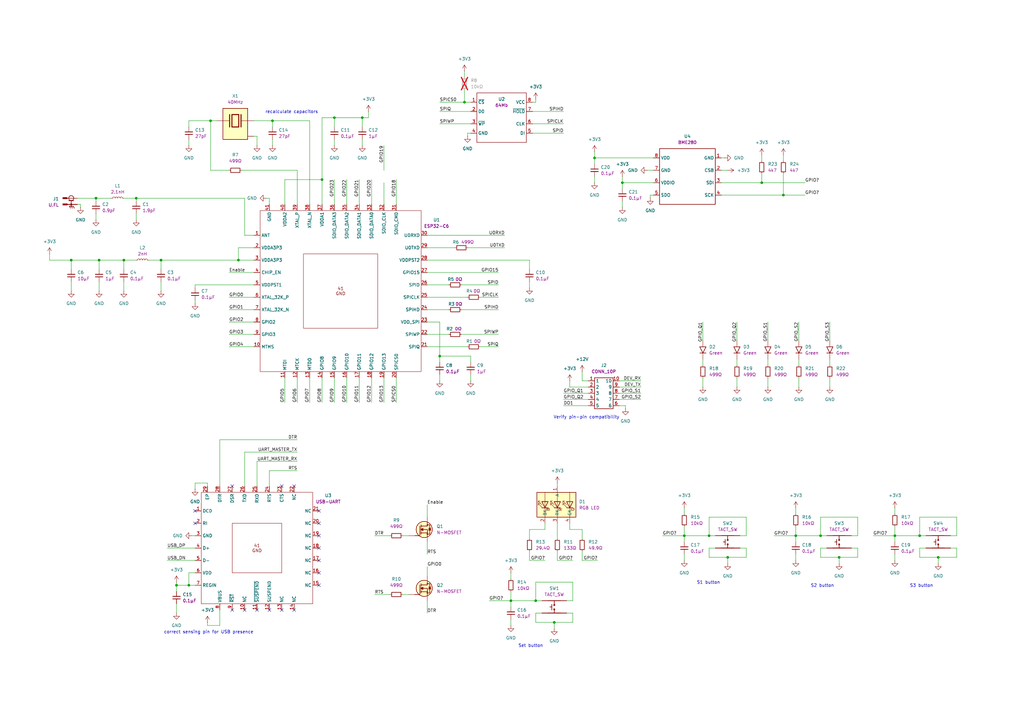
<source format=kicad_sch>
(kicad_sch (version 20231120) (generator "eeschema") (generator_version "8.0")
  (paper "A3")
  (junction (at 384.81 228.6))
  (junction (at 190.5 41.91))
  (junction (at 148.59 48.26))
  (junction (at 55.88 81.28))
  (junction (at 132.08 73.66))
  (junction (at 97.79 106.68))
  (junction (at 227.33 255.27))
  (junction (at 72.39 240.03))
  (junction (at 40.64 106.68))
  (junction (at 326.39 219.71))
  (junction (at 280.67 219.71))
  (junction (at 137.16 48.26))
  (junction (at 66.04 106.68))
  (junction (at 255.27 74.93))
  (junction (at 312.42 74.93))
  (junction (at 367.03 219.71))
  (junction (at 39.37 81.28))
  (junction (at 209.55 246.38))
  (junction (at 86.36 49.53))
  (junction (at 344.17 228.6))
  (junction (at 219.71 246.38))
  (junction (at 336.55 219.71))
  (junction (at 111.76 49.53))
  (junction (at 29.21 106.68))
  (junction (at 50.8 106.68))
  (junction (at 321.31 80.01))
  (junction (at 377.19 219.71))
  (junction (at 298.45 228.6))
  (junction (at 77.47 240.03))
  (junction (at 180.34 146.05))
  (junction (at 243.84 64.77))
  (junction (at 290.83 219.71))
  (no_connect (at 120.65 199.39))
  (no_connect (at 95.25 250.19))
  (no_connect (at 130.81 214.63))
  (no_connect (at 115.57 250.19))
  (no_connect (at 80.01 209.55))
  (no_connect (at 105.41 250.19))
  (no_connect (at 80.01 214.63))
  (no_connect (at 95.25 199.39))
  (no_connect (at 130.81 240.03))
  (no_connect (at 130.81 229.87))
  (no_connect (at 130.81 219.71))
  (no_connect (at 115.57 199.39))
  (no_connect (at 110.49 250.19))
  (no_connect (at 100.33 250.19))
  (no_connect (at 130.81 224.79))
  (no_connect (at 130.81 234.95))
  (no_connect (at 120.65 250.19))
  (no_connect (at 130.81 209.55))
  (wire (pts (xy 153.67 219.71) (xy 160.02 219.71)))
  (wire (pts (xy 351.79 224.79) (xy 349.25 224.79)))
  (wire (pts (xy 31.75 83.82) (xy 33.02 83.82)))
  (wire (pts (xy 78.74 219.71) (xy 80.01 219.71)))
  (wire (pts (xy 336.55 224.79) (xy 336.55 228.6)))
  (wire (pts (xy 377.19 224.79) (xy 377.19 228.6)))
  (wire (pts (xy 77.47 234.95) (xy 77.47 240.03)))
  (wire (pts (xy 280.67 208.28) (xy 280.67 210.82)))
  (wire (pts (xy 367.03 208.28) (xy 367.03 210.82)))
  (wire (pts (xy 175.26 207.01) (xy 175.26 212.09)))
  (wire (pts (xy 137.16 48.26) (xy 148.59 48.26)))
  (wire (pts (xy 29.21 106.68) (xy 40.64 106.68)))
  (wire (pts (xy 50.8 106.68) (xy 55.88 106.68)))
  (wire (pts (xy 175.26 246.38) (xy 175.26 251.46)))
  (wire (pts (xy 147.32 165.1) (xy 147.32 154.94)))
  (wire (pts (xy 152.4 73.66) (xy 152.4 83.82)))
  (wire (pts (xy 105.41 55.88) (xy 105.41 59.69)))
  (wire (pts (xy 80.01 198.12) (xy 80.01 200.66)))
  (wire (pts (xy 326.39 208.28) (xy 326.39 210.82)))
  (wire (pts (xy 193.04 148.59) (xy 193.04 146.05)))
  (wire (pts (xy 266.7 80.01) (xy 266.7 81.28)))
  (wire (pts (xy 232.41 246.38) (xy 234.95 246.38)))
  (wire (pts (xy 175.26 96.52) (xy 207.01 96.52)))
  (wire (pts (xy 93.98 111.76) (xy 104.14 111.76)))
  (wire (pts (xy 326.39 215.9) (xy 326.39 219.71)))
  (wire (pts (xy 293.37 224.79) (xy 290.83 224.79)))
  (wire (pts (xy 209.55 246.38) (xy 219.71 246.38)))
  (wire (pts (xy 77.47 49.53) (xy 86.36 49.53)))
  (wire (pts (xy 223.52 214.63) (xy 223.52 217.17)))
  (wire (pts (xy 110.49 199.39) (xy 110.49 193.04)))
  (wire (pts (xy 137.16 165.1) (xy 137.16 154.94)))
  (wire (pts (xy 29.21 106.68) (xy 29.21 110.49)))
  (wire (pts (xy 180.34 153.67) (xy 180.34 156.21)))
  (wire (pts (xy 219.71 238.76) (xy 219.71 246.38)))
  (wire (pts (xy 302.26 132.08) (xy 302.26 139.7)))
  (wire (pts (xy 243.84 64.77) (xy 243.84 67.31)))
  (wire (pts (xy 340.36 154.94) (xy 340.36 158.75)))
  (wire (pts (xy 302.26 154.94) (xy 302.26 158.75)))
  (wire (pts (xy 384.81 228.6) (xy 392.43 228.6)))
  (wire (pts (xy 254 156.21) (xy 262.89 156.21)))
  (wire (pts (xy 50.8 81.28) (xy 55.88 81.28)))
  (wire (pts (xy 193.04 146.05) (xy 180.34 146.05)))
  (wire (pts (xy 50.8 106.68) (xy 50.8 110.49)))
  (wire (pts (xy 80.01 123.19) (xy 80.01 124.46)))
  (wire (pts (xy 93.98 137.16) (xy 104.14 137.16)))
  (wire (pts (xy 180.34 45.72) (xy 193.04 45.72)))
  (wire (pts (xy 234.95 255.27) (xy 234.95 251.46)))
  (wire (pts (xy 312.42 74.93) (xy 330.2 74.93)))
  (wire (pts (xy 280.67 227.33) (xy 280.67 229.87)))
  (wire (pts (xy 40.64 106.68) (xy 50.8 106.68)))
  (wire (pts (xy 339.09 224.79) (xy 336.55 224.79)))
  (wire (pts (xy 111.76 49.53) (xy 111.76 52.07)))
  (wire (pts (xy 295.91 74.93) (xy 312.42 74.93)))
  (wire (pts (xy 85.09 199.39) (xy 85.09 198.12)))
  (wire (pts (xy 80.01 234.95) (xy 77.47 234.95)))
  (wire (pts (xy 68.58 229.87) (xy 80.01 229.87)))
  (wire (pts (xy 40.64 115.57) (xy 40.64 119.38)))
  (wire (pts (xy 157.48 74.93) (xy 157.48 83.82)))
  (wire (pts (xy 175.26 106.68) (xy 217.17 106.68)))
  (wire (pts (xy 191.77 54.61) (xy 191.77 55.88)))
  (wire (pts (xy 228.6 214.63) (xy 228.6 220.98)))
  (wire (pts (xy 180.34 148.59) (xy 180.34 146.05)))
  (wire (pts (xy 175.26 137.16) (xy 184.15 137.16)))
  (wire (pts (xy 241.3 156.21) (xy 238.76 156.21)))
  (wire (pts (xy 132.08 165.1) (xy 132.08 154.94)))
  (wire (pts (xy 321.31 80.01) (xy 330.2 80.01)))
  (wire (pts (xy 351.79 212.09) (xy 336.55 212.09)))
  (wire (pts (xy 85.09 198.12) (xy 80.01 198.12)))
  (wire (pts (xy 228.6 226.06) (xy 228.6 229.87)))
  (wire (pts (xy 288.29 132.08) (xy 288.29 139.7)))
  (wire (pts (xy 104.14 101.6) (xy 97.79 101.6)))
  (wire (pts (xy 137.16 73.66) (xy 137.16 83.82)))
  (wire (pts (xy 349.25 219.71) (xy 351.79 219.71)))
  (wire (pts (xy 254 161.29) (xy 262.89 161.29)))
  (wire (pts (xy 243.84 72.39) (xy 243.84 74.93)))
  (wire (pts (xy 31.75 81.28) (xy 39.37 81.28)))
  (wire (pts (xy 358.14 219.71) (xy 367.03 219.71)))
  (wire (pts (xy 175.26 121.92) (xy 191.77 121.92)))
  (wire (pts (xy 340.36 147.32) (xy 340.36 149.86)))
  (wire (pts (xy 254 166.37) (xy 256.54 166.37)))
  (wire (pts (xy 217.17 115.57) (xy 217.17 118.11)))
  (wire (pts (xy 288.29 154.94) (xy 288.29 158.75)))
  (wire (pts (xy 254 163.83) (xy 262.89 163.83)))
  (wire (pts (xy 302.26 147.32) (xy 302.26 149.86)))
  (wire (pts (xy 127 165.1) (xy 127 154.94)))
  (wire (pts (xy 72.39 238.76) (xy 72.39 240.03)))
  (wire (pts (xy 72.39 240.03) (xy 72.39 242.57)))
  (wire (pts (xy 137.16 48.26) (xy 137.16 52.07)))
  (wire (pts (xy 97.79 106.68) (xy 104.14 106.68)))
  (wire (pts (xy 193.04 54.61) (xy 191.77 54.61)))
  (wire (pts (xy 104.14 55.88) (xy 105.41 55.88)))
  (wire (pts (xy 55.88 87.63) (xy 55.88 90.17)))
  (wire (pts (xy 165.1 219.71) (xy 167.64 219.71)))
  (wire (pts (xy 228.6 198.12) (xy 228.6 199.39)))
  (wire (pts (xy 100.33 185.42) (xy 121.92 185.42)))
  (wire (pts (xy 77.47 52.07) (xy 77.47 49.53)))
  (wire (pts (xy 50.8 115.57) (xy 50.8 119.38)))
  (wire (pts (xy 290.83 212.09) (xy 290.83 219.71)))
  (wire (pts (xy 100.33 96.52) (xy 104.14 96.52)))
  (wire (pts (xy 392.43 212.09) (xy 377.19 212.09)))
  (wire (pts (xy 209.55 246.38) (xy 209.55 248.92)))
  (wire (pts (xy 219.71 246.38) (xy 222.25 246.38)))
  (wire (pts (xy 327.66 147.32) (xy 327.66 149.86)))
  (wire (pts (xy 127 49.53) (xy 127 83.82)))
  (wire (pts (xy 180.34 146.05) (xy 180.34 132.08)))
  (wire (pts (xy 254 158.75) (xy 262.89 158.75)))
  (wire (pts (xy 110.49 193.04) (xy 121.92 193.04)))
  (wire (pts (xy 196.85 142.24) (xy 204.47 142.24)))
  (wire (pts (xy 367.03 219.71) (xy 367.03 222.25)))
  (wire (pts (xy 234.95 251.46) (xy 232.41 251.46)))
  (wire (pts (xy 222.25 251.46) (xy 219.71 251.46)))
  (wire (pts (xy 66.04 106.68) (xy 66.04 110.49)))
  (wire (pts (xy 200.66 246.38) (xy 209.55 246.38)))
  (wire (pts (xy 326.39 219.71) (xy 336.55 219.71)))
  (wire (pts (xy 175.26 222.25) (xy 175.26 227.33)))
  (wire (pts (xy 132.08 48.26) (xy 137.16 48.26)))
  (wire (pts (xy 306.07 212.09) (xy 290.83 212.09)))
  (wire (pts (xy 336.55 212.09) (xy 336.55 219.71)))
  (wire (pts (xy 392.43 219.71) (xy 392.43 212.09)))
  (wire (pts (xy 93.98 142.24) (xy 104.14 142.24)))
  (wire (pts (xy 180.34 50.8) (xy 193.04 50.8)))
  (wire (pts (xy 116.84 83.82) (xy 116.84 73.66)))
  (wire (pts (xy 55.88 81.28) (xy 100.33 81.28)))
  (wire (pts (xy 233.68 214.63) (xy 233.68 217.17)))
  (wire (pts (xy 116.84 165.1) (xy 116.84 154.94)))
  (wire (pts (xy 306.07 219.71) (xy 306.07 212.09)))
  (wire (pts (xy 162.56 165.1) (xy 162.56 154.94)))
  (wire (pts (xy 326.39 227.33) (xy 326.39 229.87)))
  (wire (pts (xy 267.97 69.85) (xy 265.43 69.85)))
  (wire (pts (xy 228.6 229.87) (xy 234.95 229.87)))
  (wire (pts (xy 20.32 104.14) (xy 20.32 106.68)))
  (wire (pts (xy 231.14 50.8) (xy 218.44 50.8)))
  (wire (pts (xy 165.1 243.84) (xy 167.64 243.84)))
  (wire (pts (xy 209.55 242.57) (xy 209.55 246.38)))
  (wire (pts (xy 233.68 217.17) (xy 238.76 217.17)))
  (wire (pts (xy 314.96 154.94) (xy 314.96 158.75)))
  (wire (pts (xy 100.33 199.39) (xy 100.33 185.42)))
  (wire (pts (xy 72.39 247.65) (xy 72.39 251.46)))
  (wire (pts (xy 66.04 106.68) (xy 97.79 106.68)))
  (wire (pts (xy 110.49 81.28) (xy 110.49 83.82)))
  (wire (pts (xy 85.09 255.27) (xy 85.09 256.54)))
  (wire (pts (xy 121.92 165.1) (xy 121.92 154.94)))
  (wire (pts (xy 218.44 41.91) (xy 219.71 41.91)))
  (wire (pts (xy 175.26 116.84) (xy 184.15 116.84)))
  (wire (pts (xy 384.81 228.6) (xy 384.81 231.14)))
  (wire (pts (xy 336.55 228.6) (xy 344.17 228.6)))
  (wire (pts (xy 162.56 73.66) (xy 162.56 83.82)))
  (wire (pts (xy 190.5 41.91) (xy 193.04 41.91)))
  (wire (pts (xy 189.23 116.84) (xy 204.47 116.84)))
  (wire (pts (xy 288.29 147.32) (xy 288.29 149.86)))
  (wire (pts (xy 377.19 219.71) (xy 379.73 219.71)))
  (wire (pts (xy 243.84 64.77) (xy 243.84 62.23)))
  (wire (pts (xy 116.84 73.66) (xy 132.08 73.66)))
  (wire (pts (xy 344.17 228.6) (xy 351.79 228.6)))
  (wire (pts (xy 104.14 116.84) (xy 80.01 116.84)))
  (wire (pts (xy 280.67 219.71) (xy 280.67 222.25)))
  (wire (pts (xy 39.37 87.63) (xy 39.37 90.17)))
  (wire (pts (xy 148.59 48.26) (xy 151.13 48.26)))
  (wire (pts (xy 217.17 229.87) (xy 223.52 229.87)))
  (wire (pts (xy 314.96 132.08) (xy 314.96 139.7)))
  (wire (pts (xy 175.26 127) (xy 184.15 127)))
  (wire (pts (xy 298.45 228.6) (xy 298.45 231.14)))
  (wire (pts (xy 231.14 161.29) (xy 241.3 161.29)))
  (wire (pts (xy 105.41 199.39) (xy 105.41 189.23)))
  (wire (pts (xy 327.66 154.94) (xy 327.66 158.75)))
  (wire (pts (xy 99.06 69.85) (xy 121.92 69.85)))
  (wire (pts (xy 377.19 212.09) (xy 377.19 219.71)))
  (wire (pts (xy 295.91 80.01) (xy 321.31 80.01)))
  (wire (pts (xy 132.08 73.66) (xy 132.08 83.82)))
  (wire (pts (xy 321.31 71.12) (xy 321.31 80.01)))
  (wire (pts (xy 280.67 215.9) (xy 280.67 219.71)))
  (wire (pts (xy 367.03 227.33) (xy 367.03 229.87)))
  (wire (pts (xy 389.89 219.71) (xy 392.43 219.71)))
  (wire (pts (xy 39.37 81.28) (xy 39.37 82.55)))
  (wire (pts (xy 189.23 137.16) (xy 204.47 137.16)))
  (wire (pts (xy 295.91 64.77) (xy 297.18 64.77)))
  (wire (pts (xy 255.27 82.55) (xy 255.27 85.09)))
  (wire (pts (xy 196.85 121.92) (xy 204.47 121.92)))
  (wire (pts (xy 238.76 217.17) (xy 238.76 220.98)))
  (wire (pts (xy 90.17 199.39) (xy 90.17 180.34)))
  (wire (pts (xy 104.14 49.53) (xy 111.76 49.53)))
  (wire (pts (xy 193.04 153.67) (xy 193.04 156.21)))
  (wire (pts (xy 180.34 41.91) (xy 190.5 41.91)))
  (wire (pts (xy 152.4 165.1) (xy 152.4 154.94)))
  (wire (pts (xy 377.19 228.6) (xy 384.81 228.6)))
  (wire (pts (xy 90.17 180.34) (xy 121.92 180.34)))
  (wire (pts (xy 290.83 219.71) (xy 293.37 219.71)))
  (wire (pts (xy 312.42 63.5) (xy 312.42 66.04)))
  (wire (pts (xy 55.88 81.28) (xy 55.88 82.55)))
  (wire (pts (xy 255.27 72.39) (xy 255.27 74.93)))
  (wire (pts (xy 93.98 127) (xy 104.14 127)))
  (wire (pts (xy 80.01 116.84) (xy 80.01 118.11)))
  (wire (pts (xy 351.79 228.6) (xy 351.79 224.79)))
  (wire (pts (xy 218.44 54.61) (xy 231.14 54.61)))
  (wire (pts (xy 290.83 228.6) (xy 298.45 228.6)))
  (wire (pts (xy 209.55 254) (xy 209.55 256.54)))
  (wire (pts (xy 367.03 215.9) (xy 367.03 219.71)))
  (wire (pts (xy 60.96 106.68) (xy 66.04 106.68)))
  (wire (pts (xy 20.32 106.68) (xy 29.21 106.68)))
  (wire (pts (xy 100.33 81.28) (xy 100.33 96.52)))
  (wire (pts (xy 190.5 29.21) (xy 190.5 31.75)))
  (wire (pts (xy 290.83 224.79) (xy 290.83 228.6)))
  (wire (pts (xy 148.59 59.69) (xy 148.59 57.15)))
  (wire (pts (xy 238.76 156.21) (xy 238.76 152.4)))
  (wire (pts (xy 90.17 250.19) (xy 90.17 256.54)))
  (wire (pts (xy 326.39 219.71) (xy 326.39 222.25)))
  (wire (pts (xy 180.34 132.08) (xy 175.26 132.08)))
  (wire (pts (xy 85.09 256.54) (xy 90.17 256.54)))
  (wire (pts (xy 86.36 49.53) (xy 88.9 49.53)))
  (wire (pts (xy 336.55 219.71) (xy 339.09 219.71)))
  (wire (pts (xy 340.36 132.08) (xy 340.36 139.7)))
  (wire (pts (xy 147.32 73.66) (xy 147.32 83.82)))
  (wire (pts (xy 148.59 48.26) (xy 148.59 52.07)))
  (wire (pts (xy 109.22 81.28) (xy 110.49 81.28)))
  (wire (pts (xy 93.98 121.92) (xy 104.14 121.92)))
  (wire (pts (xy 227.33 255.27) (xy 234.95 255.27)))
  (wire (pts (xy 86.36 69.85) (xy 86.36 49.53)))
  (wire (pts (xy 132.08 48.26) (xy 132.08 73.66)))
  (wire (pts (xy 142.24 165.1) (xy 142.24 154.94)))
  (wire (pts (xy 267.97 80.01) (xy 266.7 80.01)))
  (wire (pts (xy 351.79 219.71) (xy 351.79 212.09)))
  (wire (pts (xy 142.24 73.66) (xy 142.24 83.82)))
  (wire (pts (xy 314.96 147.32) (xy 314.96 149.86)))
  (wire (pts (xy 190.5 36.83) (xy 190.5 41.91)))
  (wire (pts (xy 271.78 219.71) (xy 280.67 219.71)))
  (wire (pts (xy 344.17 228.6) (xy 344.17 231.14)))
  (wire (pts (xy 312.42 71.12) (xy 312.42 74.93)))
  (wire (pts (xy 219.71 41.91) (xy 219.71 40.64)))
  (wire (pts (xy 234.95 238.76) (xy 219.71 238.76)))
  (wire (pts (xy 306.07 224.79) (xy 303.53 224.79)))
  (wire (pts (xy 280.67 219.71) (xy 290.83 219.71)))
  (wire (pts (xy 72.39 240.03) (xy 77.47 240.03)))
  (wire (pts (xy 223.52 217.17) (xy 217.17 217.17)))
  (wire (pts (xy 256.54 166.37) (xy 256.54 167.64)))
  (wire (pts (xy 157.48 59.69) (xy 157.48 69.85)))
  (wire (pts (xy 219.71 255.27) (xy 227.33 255.27)))
  (wire (pts (xy 298.45 228.6) (xy 306.07 228.6)))
  (wire (pts (xy 295.91 69.85) (xy 298.45 69.85)))
  (wire (pts (xy 392.43 228.6) (xy 392.43 224.79)))
  (wire (pts (xy 175.26 142.24) (xy 191.77 142.24)))
  (wire (pts (xy 227.33 255.27) (xy 227.33 257.81)))
  (wire (pts (xy 121.92 83.82) (xy 121.92 69.85)))
  (wire (pts (xy 233.68 158.75) (xy 233.68 156.21)))
  (wire (pts (xy 392.43 224.79) (xy 389.89 224.79)))
  (wire (pts (xy 66.04 115.57) (xy 66.04 119.38)))
  (wire (pts (xy 175.26 232.41) (xy 175.26 236.22)))
  (wire (pts (xy 33.02 83.82) (xy 33.02 85.09)))
  (wire (pts (xy 327.66 132.08) (xy 327.66 139.7)))
  (wire (pts (xy 153.67 243.84) (xy 160.02 243.84)))
  (wire (pts (xy 209.55 234.95) (xy 209.55 237.49)))
  (wire (pts (xy 233.68 158.75) (xy 241.3 158.75)))
  (wire (pts (xy 367.03 219.71) (xy 377.19 219.71)))
  (wire (pts (xy 77.47 240.03) (xy 80.01 240.03)))
  (wire (pts (xy 175.26 101.6) (xy 186.69 101.6)))
  (wire (pts (xy 267.97 74.93) (xy 255.27 74.93)))
  (wire (pts (xy 306.07 228.6) (xy 306.07 224.79)))
  (wire (pts (xy 111.76 49.53) (xy 127 49.53)))
  (wire (pts (xy 77.47 57.15) (xy 77.47 59.69)))
  (wire (pts (xy 189.23 127) (xy 204.47 127)))
  (wire (pts (xy 303.53 219.71) (xy 306.07 219.71)))
  (wire (pts (xy 97.79 101.6) (xy 97.79 106.68)))
  (wire (pts (xy 111.76 57.15) (xy 111.76 59.69)))
  (wire (pts (xy 39.37 81.28) (xy 45.72 81.28)))
  (wire (pts (xy 217.17 217.17) (xy 217.17 220.98)))
  (wire (pts (xy 157.48 165.1) (xy 157.48 154.94)))
  (wire (pts (xy 217.17 226.06) (xy 217.17 229.87)))
  (wire (pts (xy 93.98 69.85) (xy 86.36 69.85)))
  (wire (pts (xy 238.76 226.06) (xy 238.76 229.87)))
  (wire (pts (xy 321.31 63.5) (xy 321.31 66.04)))
  (wire (pts (xy 231.14 166.37) (xy 241.3 166.37)))
  (wire (pts (xy 231.14 163.83) (xy 241.3 163.83)))
  (wire (pts (xy 29.21 115.57) (xy 29.21 119.38)))
  (wire (pts (xy 40.64 106.68) (xy 40.64 110.49)))
  (wire (pts (xy 219.71 251.46) (xy 219.71 255.27)))
  (wire (pts (xy 151.13 45.72) (xy 151.13 48.26)))
  (wire (pts (xy 217.17 106.68) (xy 217.17 110.49)))
  (wire (pts (xy 191.77 101.6) (xy 207.01 101.6)))
  (wire (pts (xy 238.76 229.87) (xy 245.11 229.87)))
  (wire (pts (xy 93.98 132.08) (xy 104.14 132.08)))
  (wire (pts (xy 105.41 189.23) (xy 121.92 189.23)))
  (wire (pts (xy 234.95 246.38) (xy 234.95 238.76)))
  (wire (pts (xy 68.58 224.79) (xy 80.01 224.79)))
  (wire (pts (xy 255.27 74.93) (xy 255.27 77.47)))
  (wire (pts (xy 267.97 64.77) (xy 243.84 64.77)))
  (wire (pts (xy 317.5 219.71) (xy 326.39 219.71)))
  (wire (pts (xy 137.16 59.69) (xy 137.16 57.15)))
  (wire (pts (xy 175.26 111.76) (xy 204.47 111.76)))
  (wire (pts (xy 231.14 45.72) (xy 218.44 45.72)))
  (wire (pts (xy 379.73 224.79) (xy 377.19 224.79)))
  (text "Verify pin-pin compatibility" (at 240.538 171.196 0) (effects (font (size 1.27 1.27))))
  (text "Set button" (at 217.678 264.922 0) (effects (font (size 1.27 1.27))))
  (text "S1 button" (at 290.576 239.014 0) (effects (font (size 1.27 1.27))))
  (text "recalculate capacitors" (at 119.634 45.974 0) (effects (font (size 1.27 1.27))))
  (text "correct sensing pin for USB presence\n" (at 85.598 259.334 0) (effects (font (size 1.27 1.27))))
  (text "S2 button" (at 337.312 240.284 0) (effects (font (size 1.27 1.27))))
  (text "S3 button" (at 377.952 240.284 0) (effects (font (size 1.27 1.27))))
  (label "SPIQ" (at 204.47 142.24 180))
  (label "DEV_RX" (at 262.89 156.21 180))
  (label "GPIO?" (at 245.11 229.87 180))
  (label "GPIO9" (at 137.16 165.1 90))
  (label "UART_MASTER_TX" (at 121.92 185.42 180))
  (label "GPIO?" (at 317.5 219.71 0))
  (label "GPIO4" (at 93.98 142.24 0))
  (label "Enable" (at 93.98 111.76 0))
  (label "GPIO13" (at 157.48 165.1 90))
  (label "GPIO0" (at 93.98 121.92 0))
  (label "SPID" (at 204.47 116.84 180))
  (label "GPIO?" (at 330.2 80.01 0))
  (label "GPIO21" (at 147.32 73.66 270))
  (label "SPICLK" (at 204.47 121.92 180))
  (label "RTS" (at 121.92 193.04 180))
  (label "GPIO3" (at 93.98 137.16 0))
  (label "GPIO0" (at 175.26 232.41 0))
  (label "GPIO8" (at 132.08 165.1 90))
  (label "GPIO7" (at 127 165.1 90))
  (label "DTR" (at 153.67 219.71 0))
  (label "GPIO12" (at 152.4 165.1 90))
  (label "DO1" (at 231.14 166.37 0))
  (label "GPIO20" (at 152.4 73.66 270))
  (label "GPIO_Q1" (at 288.29 132.08 270))
  (label "USB_DP" (at 68.58 224.79 0))
  (label "DEV_TX" (at 262.89 158.75 180))
  (label "GPIO19" (at 157.48 59.69 270))
  (label "GPIO_S3" (at 340.36 132.08 270))
  (label "SPID" (at 231.14 54.61 180))
  (label "RTS" (at 175.26 227.33 0))
  (label "GPIO?" (at 223.52 229.87 180))
  (label "GPIO?" (at 330.2 74.93 0))
  (label "SPICS0" (at 162.56 165.1 90))
  (label "SPIQ" (at 180.34 45.72 0))
  (label "GPIO18" (at 162.56 73.66 270))
  (label "GPIO23" (at 137.16 73.66 270))
  (label "USB_DN" (at 68.58 229.87 0))
  (label "GPIO22" (at 142.24 73.66 270))
  (label "SPIWP" (at 180.34 50.8 0))
  (label "SPIHD" (at 204.47 127 180))
  (label "DTR" (at 121.92 180.34 180))
  (label "GPIO?" (at 271.78 219.71 0))
  (label "UART_MASTER_RX" (at 121.92 189.23 180))
  (label "GPIO?" (at 234.95 229.87 180))
  (label "GPIO_S2" (at 262.89 163.83 180))
  (label "RTS" (at 153.67 243.84 0))
  (label "GPIO_S1" (at 314.96 132.08 270))
  (label "SPIWP" (at 204.47 137.16 180))
  (label "GPIO_S2" (at 327.66 132.08 270))
  (label "GPIO_Q2" (at 302.26 132.08 270))
  (label "GPIO1" (at 93.98 127 0))
  (label "GPIO2" (at 93.98 132.08 0))
  (label "GPIO_Q2" (at 231.14 163.83 0))
  (label "GPIO15" (at 204.47 111.76 180))
  (label "GPIO_S1" (at 262.89 161.29 180))
  (label "DTR" (at 175.26 251.46 0))
  (label "U0TXD" (at 207.01 101.6 180))
  (label "Enable" (at 175.26 207.01 0))
  (label "GPIO?" (at 358.14 219.71 0))
  (label "GPIO11" (at 147.32 165.1 90))
  (label "GPIO5" (at 116.84 165.1 90))
  (label "GPIO?" (at 200.66 246.38 0))
  (label "GPIO_Q1" (at 231.14 161.29 0))
  (label "SPIHD" (at 231.14 45.72 180))
  (label "GPIO10" (at 142.24 165.1 90))
  (label "SPICLK" (at 231.14 50.8 180))
  (label "SPICS0" (at 180.34 41.91 0))
  (label "GPIO6" (at 121.92 165.1 90))
  (label "U0RXD" (at 207.01 96.52 180))
  (symbol (lib_id "power:+3V3") (at 243.84 62.23 0) (unit 1)
    (property "Reference" "#PWR050" (effects (hide yes)))
    (property "Value" "+3V3" (at 243.84 57.15 0))
    (property "Description" "Power symbol creates a global label with name \"+3V3\"" (effects (hide yes)))
  )
  (symbol (lib_id "power:GND") (at 109.22 81.28 270) (unit 1)
    (property "Reference" "#PWR019" (effects (hide yes)))
    (property "Value" "GND" (at 105.41 81.2799 90) (effects (justify right)))
    (property "Description" "Power symbol creates a global label with name \"GND\" , ground" (effects (hide yes)))
  )
  (symbol (lib_id "HSSM-LVPCB:SW_TACT_SKRPACE010") (at 344.17 222.25 0) (unit 1)
    (property "Reference" "SW3" (at 344.17 214.63 0))
    (property "Value" "SW_TACT_SKRPACE010" (effects (hide yes)))
    (property "Footprint" "HSSM-LVPCB:SW_TACT_SKRPACE010" (effects (hide yes)))
    (property "Datasheet" "https://www.mouser.pl/datasheet/2/15/SKRP-1370722.pdf" (effects (hide yes)))
    (property "Description" "Surface Mount Tactile Switch, SPST, 50mA, 12V, 6.2x6.2mm" (effects (hide yes)))
    (property "MPN" "SKRPACE010" (effects (hide yes)))
    (property "Manufacturer" "ALPS Alpine" (effects (hide yes)))
    (property "License" "Apache-2.0" (effects (hide yes)))
    (property "Author" "Łukasz Nowarkiewicz" (effects (hide yes)))
    (property "Val" "TACT_SW" (at 344.17 217.17 0))
  )
  (symbol (lib_id "HSSM-LVPCB:C_1uF_10pct_16V_0603_GCM188R71C105KA64D") (at 148.59 54.61 90) (unit 1)
    (property "Reference" "C12" (at 151.13 53.3336 90) (effects (justify right)))
    (property "Value" "C_1uF_10pct_16V_0603_GCM188R71C105KA64D" (effects (hide yes)))
    (property "Footprint" "HSSM-HVPCB:C_0603" (effects (hide yes)))
    (property "Datasheet" "https://search.murata.co.jp/Ceramy/image/img/A01X/G101/ENG/GCM033R71A103KA03-01A.pdf" (effects (hide yes)))
    (property "Description" "Ceramic Capacitor, 1µF, ±10%, 16V, X7R, 0603, Murata" (effects (hide yes)))
    (property "MPN" "GCM188R71C105KA64D" (effects (hide yes)))
    (property "Manufacturer" "Murata" (effects (hide yes)))
    (property "License" "Apache-2.0" (effects (hide yes)))
    (property "Author" "Lukasz Nowarkiewicz" (effects (hide yes)))
    (property "Val" "1µF" (at 151.13 55.8735 90) (effects (justify right)))
  )
  (symbol (lib_id "HSSM-LVPCB:C_1uF_10pct_16V_0603_GCM188R71C105KA64D") (at 193.04 151.13 90) (unit 1)
    (property "Reference" "C9" (at 195.58 149.8536 90) (effects (justify right)))
    (property "Value" "C_1uF_10pct_16V_0603_GCM188R71C105KA64D" (effects (hide yes)))
    (property "Footprint" "HSSM-HVPCB:C_0603" (effects (hide yes)))
    (property "Datasheet" "https://search.murata.co.jp/Ceramy/image/img/A01X/G101/ENG/GCM033R71A103KA03-01A.pdf" (effects (hide yes)))
    (property "Description" "Ceramic Capacitor, 1µF, ±10%, 16V, X7R, 0603, Murata" (effects (hide yes)))
    (property "MPN" "GCM188R71C105KA64D" (effects (hide yes)))
    (property "Manufacturer" "Murata" (effects (hide yes)))
    (property "License" "Apache-2.0" (effects (hide yes)))
    (property "Author" "Lukasz Nowarkiewicz" (effects (hide yes)))
    (property "Val" "1µF" (at 195.58 152.3935 90) (effects (justify right)))
  )
  (symbol (lib_id "power:GND") (at 111.76 59.69 0) (unit 1)
    (property "Reference" "#PWR016" (effects (hide yes)))
    (property "Value" "GND" (at 111.76 64.77 0))
    (property "Description" "Power symbol creates a global label with name \"GND\" , ground" (effects (hide yes)))
  )
  (symbol (lib_id "power:GND") (at 209.55 256.54 0) (unit 1)
    (property "Reference" "#PWR030" (effects (hide yes)))
    (property "Value" "GND" (at 209.55 261.62 0))
    (property "Description" "Power symbol creates a global label with name \"GND\" , ground" (effects (hide yes)))
  )
  (symbol (lib_id "HSSM-LVPCB:R_4k7_0402") (at 312.42 71.12 90) (unit 1)
    (property "Reference" "R23" (at 314.96 67.31 90) (effects (justify right)))
    (property "Value" "R_4k7_0402" (effects (hide yes)))
    (property "Footprint" "HSSM-LVPCB:R_0402" (effects (hide yes)))
    (property "Datasheet" "https://www.vishay.com/docs/20035/crcw0402.pdf" (effects (hide yes)))
    (property "Description" "SMD Thick Film Resistor, 4.7 kΩ, ±1%, 1/16 W, 0402 [1005 Metric], CRCW Series" (effects (hide yes)))
    (property "MPN" "CRCW04024K70FKED" (effects (hide yes)))
    (property "Manufacturer" "Vishay" (effects (hide yes)))
    (property "License" "Apache-2.0" (effects (hide yes)))
    (property "Author" "Lukasz Nowarkiewicz" (effects (hide yes)))
    (property "Val" "4k7" (at 314.96 69.85 90) (effects (justify right)))
    (property "Tolerance" "1%" (effects (hide yes)))
    (property "Power" "1/16 W" (effects (hide yes)))
  )
  (symbol (lib_id "HSSM-LVPCB:LED_Green_1.6x0.8mm_SMD_KPTD-1608ZGC") (at 327.66 143.51 90) (unit 1)
    (property "Reference" "D5" (at 330.2 142.24 90) (effects (justify right)))
    (property "Value" "LED_Green_1.6x0.8mm_SMD_KPTD-1608ZGC" (effects (hide yes)))
    (property "Footprint" "LED_SMD:LED_1608_0603Metric" (effects (hide yes)))
    (property "Datasheet" "https://app.mectronic.com/dsheet/KPTD1608ZGC_KINGBRIGHT.pdf" (effects (hide yes)))
    (property "Description" "Green SMD LED, 1.6mm x 0.8mm, 525nm, 1000mcd, 60° viewing angle" (effects (hide yes)))
    (property "MPN" "KPTD-1608ZGC" (effects (hide yes)))
    (property "Manufacturer" "Kingbright" (effects (hide yes)))
    (property "License" "Apache-2.0" (effects (hide yes)))
    (property "Author" "Lukasz Nowarkiewicz" (effects (hide yes)))
    (property "Val" "Green" (at 330.2 144.7799 90) (effects (justify right)))
  )
  (symbol (lib_id "HSSM-LVPCB:R_10k_1pct_0402_RC0402FR-0710KL") (at 190.5 34.29 90) (unit 1) (dnp yes)
    (property "Reference" "R8" (at 193.04 33.02 90) (effects (justify right)))
    (property "Value" "R_10k_1pct_0402_RC0402FR-0710KL" (effects (hide yes)))
    (property "Footprint" "HSSM-HVPCB:R_0402" (effects (hide yes)))
    (property "Datasheet" "https://www.yageo.com/upload/media/product/products/datasheet/rchip/PYu-RC_Group_51_RoHS_L_12.pdf" (effects (hide yes)))
    (property "Description" "SMD Thick Film Resistor, 10kΩ, ±1%, 0.063W, 0402" (effects (hide yes)))
    (property "MPN" "RC0402FR-0710KL" (effects (hide yes)))
    (property "Manufacturer" "Yageo" (effects (hide yes)))
    (property "License" "Apache-2.0" (effects (hide yes)))
    (property "Author" "Lukasz Nowarkiewicz" (effects (hide yes)))
    (property "Val" "10kΩ" (at 193.04 35.5599 90) (effects (justify right)))
  )
  (symbol (lib_id "power:+3V3") (at 228.6 198.12 0) (unit 1)
    (property "Reference" "#PWR028" (effects (hide yes)))
    (property "Value" "+3V3" (at 228.6 193.04 0))
    (property "Description" "Power symbol creates a global label with name \"+3V3\"" (effects (hide yes)))
  )
  (symbol (lib_id "HSSM-LVPCB:R_0R_5pct_0402_RC0402JR-070RL") (at 186.69 137.16 0) (unit 1)
    (property "Reference" "R2" (at 184.404 134.874 0))
    (property "Value" "R_0R_5pct_0402_RC0402JR-070RL" (effects (hide yes)))
    (property "Footprint" "HSSM-HVPCB:R_0402" (effects (hide yes)))
    (property "Datasheet" "https://www.yageo.com/upload/media/product/products/datasheet/rchip/PYu-RC_Group_51_RoHS_L_12.pdf" (effects (hide yes)))
    (property "Description" "Yageo Thick Film Chip Resistor, 0 Ω, ±5%, 0402" (effects (hide yes)))
    (property "MPN" "RC0402JR-070RL" (effects (hide yes)))
    (property "Manufacturer" "Yageo" (effects (hide yes)))
    (property "License" "Apache-2.0" (effects (hide yes)))
    (property "Author" "Lukasz Nowarkiewicz" (effects (hide yes)))
    (property "Val" "0Ω" (at 187.96 134.874 0))
  )
  (symbol (lib_id "HSSM-LVPCB:C_0u1_10pct_50V_0402_GRM155R71H104KE14D") (at 137.16 54.61 90) (unit 1)
    (property "Reference" "C11" (at 139.7 53.3336 90) (effects (justify right)))
    (property "Value" "C_0u1_10pct_50V_0402_GRM155R71H104KE14D" (effects (hide yes)))
    (property "Footprint" "HSSM-HVPCB:C_0402" (effects (hide yes)))
    (property "Datasheet" "https://search.murata.co.jp/Ceramy/image/img/A01X/G101/ENG/GRM155R71H104KE14-01.pdf" (effects (hide yes)))
    (property "Description" "SMD Ceramic Capacitor, 0.1 µF, ±10%, 50V, X7R, 0402, GRM155R71H104KE14D" (effects (hide yes)))
    (property "MPN" "GRM155R71H104KE14D" (effects (hide yes)))
    (property "Manufacturer" "Murata" (effects (hide yes)))
    (property "License" "Apache-2.0" (effects (hide yes)))
    (property "Author" "Lukasz Nowarkiewicz" (effects (hide yes)))
    (property "Val" "0.1µF" (at 139.7 55.8735 90) (effects (justify right)))
  )
  (symbol (lib_id "power:GND") (at 297.18 64.77 90) (unit 1)
    (property "Reference" "#PWR049" (effects (hide yes)))
    (property "Value" "GND" (at 300.99 64.7699 90) (effects (justify right)))
    (property "Description" "Power symbol creates a global label with name \"GND\" , ground" (effects (hide yes)))
  )
  (symbol (lib_id "HSSM-LVPCB:C_0u1_10pct_50V_0402_GRM155R71H104KE14D") (at 280.67 224.79 90) (unit 1)
    (property "Reference" "C17" (at 283.21 223.5136 90) (effects (justify right)))
    (property "Value" "C_0u1_10pct_50V_0402_GRM155R71H104KE14D" (effects (hide yes)))
    (property "Footprint" "HSSM-HVPCB:C_0402" (effects (hide yes)))
    (property "Datasheet" "https://search.murata.co.jp/Ceramy/image/img/A01X/G101/ENG/GRM155R71H104KE14-01.pdf" (effects (hide yes)))
    (property "Description" "SMD Ceramic Capacitor, 0.1 µF, ±10%, 50V, X7R, 0402, GRM155R71H104KE14D" (effects (hide yes)))
    (property "MPN" "GRM155R71H104KE14D" (effects (hide yes)))
    (property "Manufacturer" "Murata" (effects (hide yes)))
    (property "License" "Apache-2.0" (effects (hide yes)))
    (property "Author" "Lukasz Nowarkiewicz" (effects (hide yes)))
    (property "Val" "0.1µF" (at 283.21 226.0535 90) (effects (justify right)))
  )
  (symbol (lib_id "HSSM-LVPCB:R_0R_5pct_0402_RC0402JR-070RL") (at 186.69 116.84 0) (unit 1)
    (property "Reference" "R5" (at 184.912 114.554 0))
    (property "Value" "R_0R_5pct_0402_RC0402JR-070RL" (effects (hide yes)))
    (property "Footprint" "HSSM-HVPCB:R_0402" (effects (hide yes)))
    (property "Datasheet" "https://www.yageo.com/upload/media/product/products/datasheet/rchip/PYu-RC_Group_51_RoHS_L_12.pdf" (effects (hide yes)))
    (property "Description" "Yageo Thick Film Chip Resistor, 0 Ω, ±5%, 0402" (effects (hide yes)))
    (property "MPN" "RC0402JR-070RL" (effects (hide yes)))
    (property "Manufacturer" "Yageo" (effects (hide yes)))
    (property "License" "Apache-2.0" (effects (hide yes)))
    (property "Author" "Lukasz Nowarkiewicz" (effects (hide yes)))
    (property "Val" "0Ω" (at 188.214 114.554 0))
  )
  (symbol (lib_id "HSSM-LVPCB:R_29R4_1pct_0402_CRCW040229R4FKED") (at 217.17 223.52 90) (unit 1)
    (property "Reference" "R13" (at 219.71 222.25 90) (effects (justify right)))
    (property "Value" "R_29R4_1pct_0402_CRCW040229R4FKED" (effects (hide yes)))
    (property "Footprint" "HSSM-LVPCB:R_0402" (effects (hide yes)))
    (property "Datasheet" "https://www.vishay.com/docs/20035/dcrcwe3.pdf" (effects (hide yes)))
    (property "Description" "SMD Resistor, 29.4 Ω, ±1%, 63 mW, 0402" (effects (hide yes)))
    (property "MPN" "CRCW040229R4FKED" (effects (hide yes)))
    (property "Manufacturer" "Vishay/Dale" (effects (hide yes)))
    (property "License" "Apache-2.0" (effects (hide yes)))
    (property "Author" "Lukasz Nowarkiewicz" (effects (hide yes)))
    (property "Val" "29.4Ω" (at 219.71 224.7899 90) (effects (justify right)))
  )
  (symbol (lib_id "HSSM-LVPCB:R_499R_1pct_0402_RC0402FR-07499RL") (at 327.66 152.4 90) (unit 1)
    (property "Reference" "R21" (at 330.2 151.13 90) (effects (justify right)))
    (property "Value" "R_499R_1pct_0402_RC0402FR-07499RL" (effects (hide yes)))
    (property "Footprint" "HSSM-HVPCB:R_0402" (effects (hide yes)))
    (property "Datasheet" "https://www.yageo.com/upload/media/product/products/datasheet/rchip/PYu-RC_Group_51_RoHS_L_12.pdf" (effects (hide yes)))
    (property "Description" "Yageo Thick Film Chip Resistor, 499 Ω, ±1%, 0402" (effects (hide yes)))
    (property "MPN" "RC0402FR-07499RL" (effects (hide yes)))
    (property "Manufacturer" "Yageo" (effects (hide yes)))
    (property "License" "Apache-2.0" (effects (hide yes)))
    (property "Author" "Lukasz Nowarkiewicz" (effects (hide yes)))
    (property "Val" "499Ω" (at 330.2 153.6699 90) (effects (justify right)))
  )
  (symbol (lib_id "power:GND") (at 384.81 231.14 0) (unit 1)
    (property "Reference" "#PWR043" (effects (hide yes)))
    (property "Value" "GND" (at 384.81 236.22 0))
    (property "Description" "Power symbol creates a global label with name \"GND\" , ground" (effects (hide yes)))
  )
  (symbol (lib_id "HSSM-LVPCB:R_499R_1pct_0402_RC0402FR-07499RL") (at 96.52 69.85 180) (unit 1)
    (property "Reference" "R7" (at 96.52 63.5 0))
    (property "Value" "R_499R_1pct_0402_RC0402FR-07499RL" (effects (hide yes)))
    (property "Footprint" "HSSM-HVPCB:R_0402" (effects (hide yes)))
    (property "Datasheet" "https://www.yageo.com/upload/media/product/products/datasheet/rchip/PYu-RC_Group_51_RoHS_L_12.pdf" (effects (hide yes)))
    (property "Description" "Yageo Thick Film Chip Resistor, 499 Ω, ±1%, 0402" (effects (hide yes)))
    (property "MPN" "RC0402FR-07499RL" (effects (hide yes)))
    (property "Manufacturer" "Yageo" (effects (hide yes)))
    (property "License" "Apache-2.0" (effects (hide yes)))
    (property "Author" "Lukasz Nowarkiewicz" (effects (hide yes)))
    (property "Val" "499Ω" (at 96.52 66.04 0))
  )
  (symbol (lib_id "power:GND") (at 367.03 229.87 0) (unit 1)
    (property "Reference" "#PWR042" (effects (hide yes)))
    (property "Value" "GND" (at 367.03 234.95 0))
    (property "Description" "Power symbol creates a global label with name \"GND\" , ground" (effects (hide yes)))
  )
  (symbol (lib_id "power:+3V3") (at 280.67 208.28 0) (unit 1)
    (property "Reference" "#PWR039" (effects (hide yes)))
    (property "Value" "+3V3" (at 280.67 203.2 0))
    (property "Description" "Power symbol creates a global label with name \"+3V3\"" (effects (hide yes)))
  )
  (symbol (lib_id "power:GND") (at 302.26 158.75 0) (unit 1)
    (property "Reference" "#PWR045" (effects (hide yes)))
    (property "Value" "GND" (at 302.26 163.83 0))
    (property "Description" "Power symbol creates a global label with name \"GND\" , ground" (effects (hide yes)))
  )
  (symbol (lib_id "HSSM-LVPCB:R_4k7_0402") (at 321.31 71.12 90) (unit 1)
    (property "Reference" "R24" (at 323.85 67.31 90) (effects (justify right)))
    (property "Value" "R_4k7_0402" (effects (hide yes)))
    (property "Footprint" "HSSM-LVPCB:R_0402" (effects (hide yes)))
    (property "Datasheet" "https://www.vishay.com/docs/20035/crcw0402.pdf" (effects (hide yes)))
    (property "Description" "SMD Thick Film Resistor, 4.7 kΩ, ±1%, 1/16 W, 0402 [1005 Metric], CRCW Series" (effects (hide yes)))
    (property "MPN" "CRCW04024K70FKED" (effects (hide yes)))
    (property "Manufacturer" "Vishay" (effects (hide yes)))
    (property "License" "Apache-2.0" (effects (hide yes)))
    (property "Author" "Lukasz Nowarkiewicz" (effects (hide yes)))
    (property "Val" "4k7" (at 323.85 69.85 90) (effects (justify right)))
    (property "Tolerance" "1%" (effects (hide yes)))
    (property "Power" "1/16 W" (effects (hide yes)))
  )
  (symbol (lib_id "HSSM-LVPCB:R_133R_1pct_0402_CRCW0402133RFKED") (at 228.6 223.52 90) (unit 1)
    (property "Reference" "R11" (at 231.14 222.25 90) (effects (justify right)))
    (property "Value" "R_133R_1pct_0402_CRCW0402133RFKED" (effects (hide yes)))
    (property "Footprint" "HSSM-LVPCB:R_0402" (effects (hide yes)))
    (property "Datasheet" "https://www.digikey.com/en/models/1177906" (effects (hide yes)))
    (property "Description" "SMD Resistor, 133 Ω, ±1%, 63 mW, 0402" (effects (hide yes)))
    (property "MPN" "CRCW0402133RFKED" (effects (hide yes)))
    (property "Manufacturer" "Vishay/Dale" (effects (hide yes)))
    (property "License" "Apache-2.0" (effects (hide yes)))
    (property "Author" "Lukasz Nowarkiewicz" (effects (hide yes)))
    (property "Val" "133Ω" (at 231.14 224.7899 90) (effects (justify right)))
  )
  (symbol (lib_id "HSSM-LVPCB:C_0u1_10pct_50V_0402_GRM155R71H104KE14D") (at 50.8 113.03 90) (unit 1)
    (property "Reference" "C4" (at 53.34 111.7536 90) (effects (justify right)))
    (property "Value" "C_0u1_10pct_50V_0402_GRM155R71H104KE14D" (effects (hide yes)))
    (property "Footprint" "HSSM-HVPCB:C_0402" (effects (hide yes)))
    (property "Datasheet" "https://search.murata.co.jp/Ceramy/image/img/A01X/G101/ENG/GRM155R71H104KE14-01.pdf" (effects (hide yes)))
    (property "Description" "SMD Ceramic Capacitor, 0.1 µF, ±10%, 50V, X7R, 0402, GRM155R71H104KE14D" (effects (hide yes)))
    (property "MPN" "GRM155R71H104KE14D" (effects (hide yes)))
    (property "Manufacturer" "Murata" (effects (hide yes)))
    (property "License" "Apache-2.0" (effects (hide yes)))
    (property "Author" "Lukasz Nowarkiewicz" (effects (hide yes)))
    (property "Val" "0.1µF" (at 53.34 114.2935 90) (effects (justify right)))
  )
  (symbol (lib_id "HSSM-LVPCB:C_27pF_5pct_50V_0402_GCM1555C1H270JA16J") (at 77.47 54.61 90) (unit 1)
    (property "Reference" "C13" (at 80.01 53.3336 90) (effects (justify right)))
    (property "Value" "C_27pF_5pct_50V_0402_GCM1555C1H270JA16J" (effects (hide yes)))
    (property "Footprint" "HSSM-LVPCB:C_0402" (effects (hide yes)))
    (property "Datasheet" "https://search.murata.co.jp/Ceramy/image/img/A01X/G101/ENG/GCM033R71A103KA03-01A.pdf" (effects (hide yes)))
    (property "Description" "27pF ±5%, 50V, NP0 (C0G), 0402 Ceramic Capacitor, Murata GCM1555C1H270JA16J" (effects (hide yes)))
    (property "MPN" "GCM1555C1H270JA16J" (effects (hide yes)))
    (property "Manufacturer" "Murata" (effects (hide yes)))
    (property "License" "Apache-2.0" (effects (hide yes)))
    (property "Author" "Lukasz Nowarkiewicz" (effects (hide yes)))
    (property "Val" "27pF" (at 80.01 55.8735 90) (effects (justify right)))
  )
  (symbol (lib_id "HSSM-LVPCB:U_USB_UART_CP2102-GMR") (at 105.41 224.79 0) (unit 1)
    (property "Reference" "U3" (at 134.62 203.2315 0))
    (property "Value" "U_USB_UART_CP2102-GMR" (effects (hide yes)))
    (property "Footprint" "HSSM-LVPCB:QFN-28-EP" (effects (hide yes)))
    (property "Datasheet" "https://www.silabs.com/documents/public/data-sheets/CP2102-9.pdf" (effects (hide yes)))
    (property "Description" "USB-to-UART Bridge Controller, 28-QFN, Silicon Labs" (effects (hide yes)))
    (property "MPN" "CP2102-GMR" (effects (hide yes)))
    (property "Manufacturer" "Silicon Labs" (effects (hide yes)))
    (property "License" "Apache-2.0" (effects (hide yes)))
    (property "Author" "Łukasz Nowarkiewicz" (effects (hide yes)))
    (property "Val" "USB-UART" (at 134.62 205.7714 0))
  )
  (symbol (lib_id "power:GND") (at 327.66 158.75 0) (unit 1)
    (property "Reference" "#PWR047" (effects (hide yes)))
    (property "Value" "GND" (at 327.66 163.83 0))
    (property "Description" "Power symbol creates a global label with name \"GND\" , ground" (effects (hide yes)))
  )
  (symbol (lib_id "power:+3V3") (at 233.68 156.21 0) (unit 1)
    (property "Reference" "#PWR033" (effects (hide yes)))
    (property "Value" "+3V3" (at 233.68 151.13 0))
    (property "Description" "Power symbol creates a global label with name \"+3V3\"" (effects (hide yes)))
  )
  (symbol (lib_id "HSSM-LVPCB:CONN_MINITEK127_10P_20021112-00010T1LF") (at 247.65 161.29 0) (unit 1)
    (property "Reference" "J2" (at 247.65 149.86 0))
    (property "Value" "CONN_MINITEK127_10P_20021112-00010T1LF" (effects (hide yes)))
    (property "Footprint" "HSSM-LVPCB:MINITEK127_10P" (effects (hide yes)))
    (property "Datasheet" "https://cdn.amphenol-cs.com/media/wysiwyg/files/documentation/datasheet/boardwiretoboard/bwb_minitek127_btb.pdf" (effects (hide yes)))
    (property "Description" "Minitek 127, Board-to-Board Connector, 10 Positions, 1.27mm Pitch, SMD" (effects (hide yes)))
    (property "MPN" "20021112-00010T1LF" (effects (hide yes)))
    (property "Manufacturer" "Amphenol ICC" (effects (hide yes)))
    (property "License" "Apache-2.0" (effects (hide yes)))
    (property "Author" "Łukasz Nowarkiewicz" (effects (hide yes)))
    (property "Val" "CONN_10P" (at 247.65 152.4 0))
  )
  (symbol (lib_id "power:GND") (at 265.43 69.85 270) (unit 1)
    (property "Reference" "#PWR051" (effects (hide yes)))
    (property "Value" "GND" (at 261.62 69.8501 90) (effects (justify right)))
    (property "Description" "Power symbol creates a global label with name \"GND\" , ground" (effects (hide yes)))
  )
  (symbol (lib_id "power:GND") (at 55.88 90.17 0) (unit 1)
    (property "Reference" "#PWR03" (effects (hide yes)))
    (property "Value" "GND" (at 55.88 95.25 0))
    (property "Description" "Power symbol creates a global label with name \"GND\" , ground" (effects (hide yes)))
  )
  (symbol (lib_id "HSSM-LVPCB:SW_TACT_SKRPACE010") (at 298.45 222.25 0) (unit 1)
    (property "Reference" "SW2" (at 298.45 214.63 0))
    (property "Value" "SW_TACT_SKRPACE010" (effects (hide yes)))
    (property "Footprint" "HSSM-LVPCB:SW_TACT_SKRPACE010" (effects (hide yes)))
    (property "Datasheet" "https://www.mouser.pl/datasheet/2/15/SKRP-1370722.pdf" (effects (hide yes)))
    (property "Description" "Surface Mount Tactile Switch, SPST, 50mA, 12V, 6.2x6.2mm" (effects (hide yes)))
    (property "MPN" "SKRPACE010" (effects (hide yes)))
    (property "Manufacturer" "ALPS Alpine" (effects (hide yes)))
    (property "License" "Apache-2.0" (effects (hide yes)))
    (property "Author" "Łukasz Nowarkiewicz" (effects (hide yes)))
    (property "Val" "TACT_SW" (at 298.45 217.17 0))
  )
  (symbol (lib_id "power:GND") (at 180.34 156.21 0) (unit 1)
    (property "Reference" "#PWR010" (effects (hide yes)))
    (property "Value" "GND" (at 180.34 161.29 0))
    (property "Description" "Power symbol creates a global label with name \"GND\" , ground" (effects (hide yes)))
  )
  (symbol (lib_id "power:GND") (at 298.45 231.14 0) (unit 1)
    (property "Reference" "#PWR036" (effects (hide yes)))
    (property "Value" "GND" (at 298.45 236.22 0))
    (property "Description" "Power symbol creates a global label with name \"GND\" , ground" (effects (hide yes)))
  )
  (symbol (lib_id "HSSM-LVPCB:R_0R_5pct_0402_RC0402JR-070RL") (at 194.31 142.24 0) (unit 1)
    (property "Reference" "R1" (at 192.532 139.954 0))
    (property "Value" "R_0R_5pct_0402_RC0402JR-070RL" (effects (hide yes)))
    (property "Footprint" "HSSM-HVPCB:R_0402" (effects (hide yes)))
    (property "Datasheet" "https://www.yageo.com/upload/media/product/products/datasheet/rchip/PYu-RC_Group_51_RoHS_L_12.pdf" (effects (hide yes)))
    (property "Description" "Yageo Thick Film Chip Resistor, 0 Ω, ±5%, 0402" (effects (hide yes)))
    (property "MPN" "RC0402JR-070RL" (effects (hide yes)))
    (property "Manufacturer" "Yageo" (effects (hide yes)))
    (property "License" "Apache-2.0" (effects (hide yes)))
    (property "Author" "Lukasz Nowarkiewicz" (effects (hide yes)))
    (property "Val" "0Ω" (at 195.834 139.954 0))
  )
  (symbol (lib_id "power:+3V3") (at 326.39 208.28 0) (unit 1)
    (property "Reference" "#PWR040" (effects (hide yes)))
    (property "Value" "+3V3" (at 326.39 203.2 0))
    (property "Description" "Power symbol creates a global label with name \"+3V3\"" (effects (hide yes)))
  )
  (symbol (lib_id "HSSM-LVPCB:C_0u1_10pct_50V_0402_GRM155R71H104KE14D") (at 80.01 120.65 90) (unit 1)
    (property "Reference" "C7" (at 82.55 119.3736 90) (effects (justify right)))
    (property "Value" "C_0u1_10pct_50V_0402_GRM155R71H104KE14D" (effects (hide yes)))
    (property "Footprint" "HSSM-HVPCB:C_0402" (effects (hide yes)))
    (property "Datasheet" "https://search.murata.co.jp/Ceramy/image/img/A01X/G101/ENG/GRM155R71H104KE14-01.pdf" (effects (hide yes)))
    (property "Description" "SMD Ceramic Capacitor, 0.1 µF, ±10%, 50V, X7R, 0402, GRM155R71H104KE14D" (effects (hide yes)))
    (property "MPN" "GRM155R71H104KE14D" (effects (hide yes)))
    (property "Manufacturer" "Murata" (effects (hide yes)))
    (property "License" "Apache-2.0" (effects (hide yes)))
    (property "Author" "Lukasz Nowarkiewicz" (effects (hide yes)))
    (property "Val" "0.1µF" (at 82.55 121.9135 90) (effects (justify right)))
  )
  (symbol (lib_id "power:+3V3") (at 72.39 238.76 0) (unit 1)
    (property "Reference" "#PWR025" (effects (hide yes)))
    (property "Value" "+3V3" (at 72.39 233.68 0))
    (property "Description" "Power symbol creates a global label with name \"+3V3\"" (effects (hide yes)))
  )
  (symbol (lib_id "power:GND") (at 137.16 59.69 0) (unit 1)
    (property "Reference" "#PWR014" (effects (hide yes)))
    (property "Value" "GND" (at 137.16 64.77 0))
    (property "Description" "Power symbol creates a global label with name \"GND\" , ground" (effects (hide yes)))
  )
  (symbol (lib_id "HSSM-LVPCB:UFL_R_SMT_1_10") (at 29.21 82.55 0) (mirror y) (unit 1)
    (property "Reference" "J1" (at 24.13 81.534 0) (effects (justify left)))
    (property "Value" "UFL_R_SMT_1_10" (effects (hide yes)))
    (property "Footprint" "HSSM-LVPCB:UFL_SMT_Footprint" (effects (hide yes)))
    (property "Datasheet" "https://mm.digikey.com/Volume0/opasdata/d220001/medias/docus/4832/EDC3-302540-10.tif.pdf" (effects (hide yes)))
    (property "Description" "SMD U.FL connector, right-angle, 50 Ohms" (effects (hide yes)))
    (property "MPN" "U.FL-R-SMT-1(10)" (effects (hide yes)))
    (property "Manufacturer" "Hirose Electric Co., Ltd." (effects (hide yes)))
    (property "License" "Apache-2.0" (effects (hide yes)))
    (property "Author" "Łukasz Nowarkiewicz" (effects (hide yes)))
    (property "Val" "U.FL" (at 24.13 84.0739 0) (effects (justify left)))
  )
  (symbol (lib_id "HSSM-LVPCB:W25Q64JVSSIQ_SOIC-8") (at 205.74 48.26 0) (unit 1)
    (property "Reference" "U2" (at 205.74 40.64 0))
    (property "Value" "W25Q64JVSSIQ_SOIC-8" (effects (hide yes)))
    (property "Footprint" "HSSM-LVPCB:SOIC-8" (effects (hide yes)))
    (property "Datasheet" "https://www.winbond.com/resource-files/w25q64jv%20revj%2003272018%20plus.pdf" (effects (hide yes)))
    (property "Description" "64M-bit Serial Flash Memory, SPI, SOIC-8 package, Winbond W25Q64JV" (effects (hide yes)))
    (property "MPN" "W25Q64JVSSIQ" (effects (hide yes)))
    (property "Manufacturer" "Winbond" (effects (hide yes)))
    (property "License" "Apache-2.0" (effects (hide yes)))
    (property "Author" "Lukasz Nowarkiewicz" (effects (hide yes)))
    (property "Val" "64Mb" (at 205.74 43.18 0))
  )
  (symbol (lib_id "HSSM-LVPCB:Q_MOSFET_N_BSS123") (at 175.26 219.71 0) (unit 1)
    (property "Reference" "Q1" (at 179.07 215.9 0) (effects (justify left)))
    (property "Value" "Q_MOSFET_N_BSS123" (effects (hide yes)))
    (property "Footprint" "HSSM-LVPCB:SOT-23" (effects (hide yes)))
    (property "Datasheet" "https://www.onsemi.com/pub/Collateral/BSS123-D.PDF" (effects (hide yes)))
    (property "Description" "Logic-Level N-Channel MOSFET, 100V, 170mA, SOT-23" (effects (hide yes)))
    (property "MPN" "BSS123" (effects (hide yes)))
    (property "Manufacturer" "onsemi" (effects (hide yes)))
    (property "License" "Apache-2.0" (effects (hide yes)))
    (property "Author" "Łukasz Nowarkiewicz" (effects (hide yes)))
    (property "Val" "N-MOSFET" (at 179.07 218.4399 0) (effects (justify left)))
  )
  (symbol (lib_id "HSSM-LVPCB:R_10k_1pct_0402_RC0402FR-0710KL") (at 280.67 213.36 90) (unit 1)
    (property "Reference" "R15" (at 283.21 212.09 90) (effects (justify right)))
    (property "Value" "R_10k_1pct_0402_RC0402FR-0710KL" (effects (hide yes)))
    (property "Footprint" "HSSM-HVPCB:R_0402" (effects (hide yes)))
    (property "Datasheet" "https://www.yageo.com/upload/media/product/products/datasheet/rchip/PYu-RC_Group_51_RoHS_L_12.pdf" (effects (hide yes)))
    (property "Description" "SMD Thick Film Resistor, 10kΩ, ±1%, 0.063W, 0402" (effects (hide yes)))
    (property "MPN" "RC0402FR-0710KL" (effects (hide yes)))
    (property "Manufacturer" "Yageo" (effects (hide yes)))
    (property "License" "Apache-2.0" (effects (hide yes)))
    (property "Author" "Lukasz Nowarkiewicz" (effects (hide yes)))
    (property "Val" "10kΩ" (at 283.21 214.6299 90) (effects (justify right)))
  )
  (symbol (lib_id "power:GND") (at 50.8 119.38 0) (unit 1)
    (property "Reference" "#PWR06" (effects (hide yes)))
    (property "Value" "GND" (at 50.8 124.46 0))
    (property "Description" "Power symbol creates a global label with name \"GND\" , ground" (effects (hide yes)))
  )
  (symbol (lib_id "power:GND") (at 80.01 200.66 0) (unit 1)
    (property "Reference" "#PWR024" (effects (hide yes)))
    (property "Value" "GND" (at 80.01 205.74 0))
    (property "Description" "Power symbol creates a global label with name \"GND\" , ground" (effects (hide yes)))
  )
  (symbol (lib_id "HSSM-LVPCB:C_0u1_10pct_50V_0402_GRM155R71H104KE14D") (at 180.34 151.13 90) (unit 1)
    (property "Reference" "C8" (at 182.88 149.8536 90) (effects (justify right)))
    (property "Value" "C_0u1_10pct_50V_0402_GRM155R71H104KE14D" (effects (hide yes)))
    (property "Footprint" "HSSM-HVPCB:C_0402" (effects (hide yes)))
    (property "Datasheet" "https://search.murata.co.jp/Ceramy/image/img/A01X/G101/ENG/GRM155R71H104KE14-01.pdf" (effects (hide yes)))
    (property "Description" "SMD Ceramic Capacitor, 0.1 µF, ±10%, 50V, X7R, 0402, GRM155R71H104KE14D" (effects (hide yes)))
    (property "MPN" "GRM155R71H104KE14D" (effects (hide yes)))
    (property "Manufacturer" "Murata" (effects (hide yes)))
    (property "License" "Apache-2.0" (effects (hide yes)))
    (property "Author" "Lukasz Nowarkiewicz" (effects (hide yes)))
    (property "Val" "0.1µF" (at 182.88 152.3935 90) (effects (justify right)))
  )
  (symbol (lib_id "power:GND") (at 243.84 74.93 0) (unit 1)
    (property "Reference" "#PWR054" (effects (hide yes)))
    (property "Value" "GND" (at 243.84 80.01 0))
    (property "Description" "Power symbol creates a global label with name \"GND\" , ground" (effects (hide yes)))
  )
  (symbol (lib_id "HSSM-LVPCB:LED_Green_1.6x0.8mm_SMD_KPTD-1608ZGC") (at 302.26 143.51 90) (unit 1)
    (property "Reference" "D3" (at 304.8 142.24 90) (effects (justify right)))
    (property "Value" "LED_Green_1.6x0.8mm_SMD_KPTD-1608ZGC" (effects (hide yes)))
    (property "Footprint" "LED_SMD:LED_1608_0603Metric" (effects (hide yes)))
    (property "Datasheet" "https://app.mectronic.com/dsheet/KPTD1608ZGC_KINGBRIGHT.pdf" (effects (hide yes)))
    (property "Description" "Green SMD LED, 1.6mm x 0.8mm, 525nm, 1000mcd, 60° viewing angle" (effects (hide yes)))
    (property "MPN" "KPTD-1608ZGC" (effects (hide yes)))
    (property "Manufacturer" "Kingbright" (effects (hide yes)))
    (property "License" "Apache-2.0" (effects (hide yes)))
    (property "Author" "Lukasz Nowarkiewicz" (effects (hide yes)))
    (property "Val" "Green" (at 304.8 144.7799 90) (effects (justify right)))
  )
  (symbol (lib_id "power:+3V3") (at 151.13 45.72 0) (unit 1)
    (property "Reference" "#PWR013" (effects (hide yes)))
    (property "Value" "+3V3" (at 151.13 40.64 0))
    (property "Description" "Power symbol creates a global label with name \"+3V3\"" (effects (hide yes)))
  )
  (symbol (lib_id "power:GND") (at 344.17 231.14 0) (unit 1)
    (property "Reference" "#PWR038" (effects (hide yes)))
    (property "Value" "GND" (at 344.17 236.22 0))
    (property "Description" "Power symbol creates a global label with name \"GND\" , ground" (effects (hide yes)))
  )
  (symbol (lib_id "power:GND") (at 255.27 85.09 0) (unit 1)
    (property "Reference" "#PWR053" (effects (hide yes)))
    (property "Value" "GND" (at 255.27 90.17 0))
    (property "Description" "Power symbol creates a global label with name \"GND\" , ground" (effects (hide yes)))
  )
  (symbol (lib_id "power:GND") (at 148.59 59.69 0) (unit 1)
    (property "Reference" "#PWR015" (effects (hide yes)))
    (property "Value" "GND" (at 148.59 64.77 0))
    (property "Description" "Power symbol creates a global label with name \"GND\" , ground" (effects (hide yes)))
  )
  (symbol (lib_id "power:+3V3") (at 312.42 63.5 0) (unit 1)
    (property "Reference" "#PWR057" (effects (hide yes)))
    (property "Value" "+3V3" (at 312.42 58.42 0))
    (property "Description" "Power symbol creates a global label with name \"+3V3\"" (effects (hide yes)))
  )
  (symbol (lib_id "power:GND") (at 193.04 156.21 0) (unit 1)
    (property "Reference" "#PWR011" (effects (hide yes)))
    (property "Value" "GND" (at 193.04 161.29 0))
    (property "Description" "Power symbol creates a global label with name \"GND\" , ground" (effects (hide yes)))
  )
  (symbol (lib_id "HSSM-LVPCB:SW_TACT_SKRPACE010") (at 227.33 248.92 0) (unit 1)
    (property "Reference" "SW1" (at 227.33 241.3 0))
    (property "Value" "SW_TACT_SKRPACE010" (effects (hide yes)))
    (property "Footprint" "HSSM-LVPCB:SW_TACT_SKRPACE010" (effects (hide yes)))
    (property "Datasheet" "https://www.mouser.pl/datasheet/2/15/SKRP-1370722.pdf" (effects (hide yes)))
    (property "Description" "Surface Mount Tactile Switch, SPST, 50mA, 12V, 6.2x6.2mm" (effects (hide yes)))
    (property "MPN" "SKRPACE010" (effects (hide yes)))
    (property "Manufacturer" "ALPS Alpine" (effects (hide yes)))
    (property "License" "Apache-2.0" (effects (hide yes)))
    (property "Author" "Łukasz Nowarkiewicz" (effects (hide yes)))
    (property "Val" "TACT_SW" (at 227.33 243.84 0))
  )
  (symbol (lib_id "HSSM-LVPCB:C_0u1_10pct_50V_0402_GRM155R71H104KE14D") (at 72.39 245.11 90) (unit 1)
    (property "Reference" "C15" (at 74.93 243.8336 90) (effects (justify right)))
    (property "Value" "C_0u1_10pct_50V_0402_GRM155R71H104KE14D" (effects (hide yes)))
    (property "Footprint" "HSSM-HVPCB:C_0402" (effects (hide yes)))
    (property "Datasheet" "https://search.murata.co.jp/Ceramy/image/img/A01X/G101/ENG/GRM155R71H104KE14-01.pdf" (effects (hide yes)))
    (property "Description" "SMD Ceramic Capacitor, 0.1 µF, ±10%, 50V, X7R, 0402, GRM155R71H104KE14D" (effects (hide yes)))
    (property "MPN" "GRM155R71H104KE14D" (effects (hide yes)))
    (property "Manufacturer" "Murata" (effects (hide yes)))
    (property "License" "Apache-2.0" (effects (hide yes)))
    (property "Author" "Lukasz Nowarkiewicz" (effects (hide yes)))
    (property "Val" "0.1µF" (at 74.93 246.3735 90) (effects (justify right)))
  )
  (symbol (lib_id "power:GND") (at 78.74 219.71 270) (unit 1)
    (property "Reference" "#PWR023" (effects (hide yes)))
    (property "Value" "GND" (at 74.93 219.7099 90) (effects (justify right)))
    (property "Description" "Power symbol creates a global label with name \"GND\" , ground" (effects (hide yes)))
  )
  (symbol (lib_id "HSSM-LVPCB:X_40MHz_SMD_ECS-2520SMV-400-FN-TR") (at 96.52 49.53 0) (unit 1)
    (property "Reference" "X1" (at 96.52 39.37 0))
    (property "Value" "X_40MHz_SMD_ECS-2520SMV-400-FN-TR" (effects (hide yes)))
    (property "Footprint" "HSSM-LVPCB:X_2520" (effects (hide yes)))
    (property "Datasheet" "https://www.mouser.pl/datasheet/2/122/ECS_2520SMV-1628252.pdf" (effects (hide yes)))
    (property "Description" "SMD Quartz Crystal Oscillator, 40 MHz, ECS-2520SMV series, ±10 ppm, 2.5x2.0mm" (effects (hide yes)))
    (property "MPN" "ECS-2520SMV-400-FN-TR" (effects (hide yes)))
    (property "Manufacturer" "ECS Inc." (effects (hide yes)))
    (property "License" "Apache-2.0" (effects (hide yes)))
    (property "Author" "Łukasz Nowarkiewicz" (effects (hide yes)))
    (property "Val" "40MHz" (at 96.52 41.91 0))
  )
  (symbol (lib_id "HSSM-LVPCB:R_499R_1pct_0402_RC0402FR-07499RL") (at 162.56 243.84 0) (unit 1)
    (property "Reference" "R10" (at 162.56 237.49 0))
    (property "Value" "R_499R_1pct_0402_RC0402FR-07499RL" (effects (hide yes)))
    (property "Footprint" "HSSM-HVPCB:R_0402" (effects (hide yes)))
    (property "Datasheet" "https://www.yageo.com/upload/media/product/products/datasheet/rchip/PYu-RC_Group_51_RoHS_L_12.pdf" (effects (hide yes)))
    (property "Description" "Yageo Thick Film Chip Resistor, 499 Ω, ±1%, 0402" (effects (hide yes)))
    (property "MPN" "RC0402FR-07499RL" (effects (hide yes)))
    (property "Manufacturer" "Yageo" (effects (hide yes)))
    (property "License" "Apache-2.0" (effects (hide yes)))
    (property "Author" "Lukasz Nowarkiewicz" (effects (hide yes)))
    (property "Val" "499Ω" (at 162.56 240.03 0))
  )
  (symbol (lib_id "power:+3V3") (at 209.55 234.95 0) (unit 1)
    (property "Reference" "#PWR029" (effects (hide yes)))
    (property "Value" "+3V3" (at 209.55 229.87 0))
    (property "Description" "Power symbol creates a global label with name \"+3V3\"" (effects (hide yes)))
  )
  (symbol (lib_id "HSSM-LVPCB:C_27pF_5pct_50V_0402_GCM1555C1H270JA16J") (at 111.76 54.61 90) (unit 1)
    (property "Reference" "C14" (at 114.3 53.3336 90) (effects (justify right)))
    (property "Value" "C_27pF_5pct_50V_0402_GCM1555C1H270JA16J" (effects (hide yes)))
    (property "Footprint" "HSSM-LVPCB:C_0402" (effects (hide yes)))
    (property "Datasheet" "https://search.murata.co.jp/Ceramy/image/img/A01X/G101/ENG/GCM033R71A103KA03-01A.pdf" (effects (hide yes)))
    (property "Description" "27pF ±5%, 50V, NP0 (C0G), 0402 Ceramic Capacitor, Murata GCM1555C1H270JA16J" (effects (hide yes)))
    (property "MPN" "GCM1555C1H270JA16J" (effects (hide yes)))
    (property "Manufacturer" "Murata" (effects (hide yes)))
    (property "License" "Apache-2.0" (effects (hide yes)))
    (property "Author" "Lukasz Nowarkiewicz" (effects (hide yes)))
    (property "Val" "27pF" (at 114.3 55.8735 90) (effects (justify right)))
  )
  (symbol (lib_id "HSSM-LVPCB:LED_Green_1.6x0.8mm_SMD_KPTD-1608ZGC") (at 314.96 143.51 90) (unit 1)
    (property "Reference" "D4" (at 317.5 142.24 90) (effects (justify right)))
    (property "Value" "LED_Green_1.6x0.8mm_SMD_KPTD-1608ZGC" (effects (hide yes)))
    (property "Footprint" "LED_SMD:LED_1608_0603Metric" (effects (hide yes)))
    (property "Datasheet" "https://app.mectronic.com/dsheet/KPTD1608ZGC_KINGBRIGHT.pdf" (effects (hide yes)))
    (property "Description" "Green SMD LED, 1.6mm x 0.8mm, 525nm, 1000mcd, 60° viewing angle" (effects (hide yes)))
    (property "MPN" "KPTD-1608ZGC" (effects (hide yes)))
    (property "Manufacturer" "Kingbright" (effects (hide yes)))
    (property "License" "Apache-2.0" (effects (hide yes)))
    (property "Author" "Lukasz Nowarkiewicz" (effects (hide yes)))
    (property "Val" "Green" (at 317.5 144.7799 90) (effects (justify right)))
  )
  (symbol (lib_id "power:GND") (at 72.39 251.46 0) (unit 1)
    (property "Reference" "#PWR027" (effects (hide yes)))
    (property "Value" "GND" (at 72.39 256.54 0))
    (property "Description" "Power symbol creates a global label with name \"GND\" , ground" (effects (hide yes)))
  )
  (symbol (lib_id "power:GND") (at 314.96 158.75 0) (unit 1)
    (property "Reference" "#PWR046" (effects (hide yes)))
    (property "Value" "GND" (at 314.96 163.83 0))
    (property "Description" "Power symbol creates a global label with name \"GND\" , ground" (effects (hide yes)))
  )
  (symbol (lib_id "power:GND") (at 266.7 81.28 0) (unit 1)
    (property "Reference" "#PWR055" (effects (hide yes)))
    (property "Value" "GND" (at 266.7 86.36 0))
    (property "Description" "Power symbol creates a global label with name \"GND\" , ground" (effects (hide yes)))
  )
  (symbol (lib_id "HSSM-LVPCB:R_0R_5pct_0402_RC0402JR-070RL") (at 194.31 121.92 0) (unit 1)
    (property "Reference" "R4" (at 192.532 119.38 0))
    (property "Value" "R_0R_5pct_0402_RC0402JR-070RL" (effects (hide yes)))
    (property "Footprint" "HSSM-HVPCB:R_0402" (effects (hide yes)))
    (property "Datasheet" "https://www.yageo.com/upload/media/product/products/datasheet/rchip/PYu-RC_Group_51_RoHS_L_12.pdf" (effects (hide yes)))
    (property "Description" "Yageo Thick Film Chip Resistor, 0 Ω, ±5%, 0402" (effects (hide yes)))
    (property "MPN" "RC0402JR-070RL" (effects (hide yes)))
    (property "Manufacturer" "Yageo" (effects (hide yes)))
    (property "License" "Apache-2.0" (effects (hide yes)))
    (property "Author" "Lukasz Nowarkiewicz" (effects (hide yes)))
    (property "Val" "0Ω" (at 195.58 119.38 0))
  )
  (symbol (lib_id "power:GND") (at 256.54 167.64 0) (unit 1)
    (property "Reference" "#PWR034" (effects (hide yes)))
    (property "Value" "GND" (at 256.54 172.72 0))
    (property "Description" "Power symbol creates a global label with name \"GND\" , ground" (effects (hide yes)))
  )
  (symbol (lib_id "HSSM-LVPCB:C_0u1_10pct_50V_0402_GRM155R71H104KE14D") (at 217.17 113.03 90) (unit 1)
    (property "Reference" "C10" (at 219.71 111.7536 90) (effects (justify right)))
    (property "Value" "C_0u1_10pct_50V_0402_GRM155R71H104KE14D" (effects (hide yes)))
    (property "Footprint" "HSSM-HVPCB:C_0402" (effects (hide yes)))
    (property "Datasheet" "https://search.murata.co.jp/Ceramy/image/img/A01X/G101/ENG/GRM155R71H104KE14-01.pdf" (effects (hide yes)))
    (property "Description" "SMD Ceramic Capacitor, 0.1 µF, ±10%, 50V, X7R, 0402, GRM155R71H104KE14D" (effects (hide yes)))
    (property "MPN" "GRM155R71H104KE14D" (effects (hide yes)))
    (property "Manufacturer" "Murata" (effects (hide yes)))
    (property "License" "Apache-2.0" (effects (hide yes)))
    (property "Author" "Lukasz Nowarkiewicz" (effects (hide yes)))
    (property "Val" "0.1µF" (at 219.71 114.2935 90) (effects (justify right)))
  )
  (symbol (lib_id "power:GND") (at 66.04 119.38 0) (unit 1)
    (property "Reference" "#PWR07" (effects (hide yes)))
    (property "Value" "GND" (at 66.04 124.46 0))
    (property "Description" "Power symbol creates a global label with name \"GND\" , ground" (effects (hide yes)))
  )
  (symbol (lib_id "power:GND") (at 40.64 119.38 0) (unit 1)
    (property "Reference" "#PWR05" (effects (hide yes)))
    (property "Value" "GND" (at 40.64 124.46 0))
    (property "Description" "Power symbol creates a global label with name \"GND\" , ground" (effects (hide yes)))
  )
  (symbol (lib_id "power:+3V3") (at 255.27 72.39 0) (unit 1)
    (property "Reference" "#PWR052" (effects (hide yes)))
    (property "Value" "+3V3" (at 255.27 67.31 0))
    (property "Description" "Power symbol creates a global label with name \"+3V3\"" (effects (hide yes)))
  )
  (symbol (lib_id "HSSM-LVPCB:LED_Green_1.6x0.8mm_SMD_KPTD-1608ZGC") (at 340.36 143.51 90) (unit 1)
    (property "Reference" "D6" (at 342.9 142.24 90) (effects (justify right)))
    (property "Value" "LED_Green_1.6x0.8mm_SMD_KPTD-1608ZGC" (effects (hide yes)))
    (property "Footprint" "LED_SMD:LED_1608_0603Metric" (effects (hide yes)))
    (property "Datasheet" "https://app.mectronic.com/dsheet/KPTD1608ZGC_KINGBRIGHT.pdf" (effects (hide yes)))
    (property "Description" "Green SMD LED, 1.6mm x 0.8mm, 525nm, 1000mcd, 60° viewing angle" (effects (hide yes)))
    (property "MPN" "KPTD-1608ZGC" (effects (hide yes)))
    (property "Manufacturer" "Kingbright" (effects (hide yes)))
    (property "License" "Apache-2.0" (effects (hide yes)))
    (property "Author" "Lukasz Nowarkiewicz" (effects (hide yes)))
    (property "Val" "Green" (at 342.9 144.7799 90) (effects (justify right)))
  )
  (symbol (lib_id "HSSM-LVPCB:SW_TACT_SKRPACE010") (at 384.81 222.25 0) (unit 1)
    (property "Reference" "SW4" (at 384.81 214.63 0))
    (property "Value" "SW_TACT_SKRPACE010" (effects (hide yes)))
    (property "Footprint" "HSSM-LVPCB:SW_TACT_SKRPACE010" (effects (hide yes)))
    (property "Datasheet" "https://www.mouser.pl/datasheet/2/15/SKRP-1370722.pdf" (effects (hide yes)))
    (property "Description" "Surface Mount Tactile Switch, SPST, 50mA, 12V, 6.2x6.2mm" (effects (hide yes)))
    (property "MPN" "SKRPACE010" (effects (hide yes)))
    (property "Manufacturer" "ALPS Alpine" (effects (hide yes)))
    (property "License" "Apache-2.0" (effects (hide yes)))
    (property "Author" "Łukasz Nowarkiewicz" (effects (hide yes)))
    (property "Val" "TACT_SW" (at 384.81 217.17 0))
  )
  (symbol (lib_id "HSSM-LVPCB:R_499R_1pct_0402_RC0402FR-07499RL") (at 314.96 152.4 90) (unit 1)
    (property "Reference" "R20" (at 317.5 151.13 90) (effects (justify right)))
    (property "Value" "R_499R_1pct_0402_RC0402FR-07499RL" (effects (hide yes)))
    (property "Footprint" "HSSM-HVPCB:R_0402" (effects (hide yes)))
    (property "Datasheet" "https://www.yageo.com/upload/media/product/products/datasheet/rchip/PYu-RC_Group_51_RoHS_L_12.pdf" (effects (hide yes)))
    (property "Description" "Yageo Thick Film Chip Resistor, 499 Ω, ±1%, 0402" (effects (hide yes)))
    (property "MPN" "RC0402FR-07499RL" (effects (hide yes)))
    (property "Manufacturer" "Yageo" (effects (hide yes)))
    (property "License" "Apache-2.0" (effects (hide yes)))
    (property "Author" "Lukasz Nowarkiewicz" (effects (hide yes)))
    (property "Val" "499Ω" (at 317.5 153.6699 90) (effects (justify right)))
  )
  (symbol (lib_id "power:GND") (at 326.39 229.87 0) (unit 1)
    (property "Reference" "#PWR037" (effects (hide yes)))
    (property "Value" "GND" (at 326.39 234.95 0))
    (property "Description" "Power symbol creates a global label with name \"GND\" , ground" (effects (hide yes)))
  )
  (symbol (lib_id "HSSM-LVPCB:C_0u1_10pct_50V_0402_GRM155R71H104KE14D") (at 243.84 69.85 270) (unit 1)
    (property "Reference" "C20" (at 246.38 68.5863 90) (effects (justify left)))
    (property "Value" "C_0u1_10pct_50V_0402_GRM155R71H104KE14D" (effects (hide yes)))
    (property "Footprint" "HSSM-HVPCB:C_0402" (effects (hide yes)))
    (property "Datasheet" "https://search.murata.co.jp/Ceramy/image/img/A01X/G101/ENG/GRM155R71H104KE14-01.pdf" (effects (hide yes)))
    (property "Description" "SMD Ceramic Capacitor, 0.1 µF, ±10%, 50V, X7R, 0402, GRM155R71H104KE14D" (effects (hide yes)))
    (property "MPN" "GRM155R71H104KE14D" (effects (hide yes)))
    (property "Manufacturer" "Murata" (effects (hide yes)))
    (property "License" "Apache-2.0" (effects (hide yes)))
    (property "Author" "Lukasz Nowarkiewicz" (effects (hide yes)))
    (property "Val" "0.1µF" (at 246.38 71.1262 90) (effects (justify left)))
  )
  (symbol (lib_id "power:+3V3") (at 321.31 63.5 0) (unit 1)
    (property "Reference" "#PWR058" (effects (hide yes)))
    (property "Value" "+3V3" (at 321.31 58.42 0))
    (property "Description" "Power symbol creates a global label with name \"+3V3\"" (effects (hide yes)))
  )
  (symbol (lib_id "HSSM-LVPCB:R_10k_1pct_0402_RC0402FR-0710KL") (at 209.55 240.03 90) (unit 1)
    (property "Reference" "R14" (at 212.09 238.76 90) (effects (justify right)))
    (property "Value" "R_10k_1pct_0402_RC0402FR-0710KL" (effects (hide yes)))
    (property "Footprint" "HSSM-HVPCB:R_0402" (effects (hide yes)))
    (property "Datasheet" "https://www.yageo.com/upload/media/product/products/datasheet/rchip/PYu-RC_Group_51_RoHS_L_12.pdf" (effects (hide yes)))
    (property "Description" "SMD Thick Film Resistor, 10kΩ, ±1%, 0.063W, 0402" (effects (hide yes)))
    (property "MPN" "RC0402FR-0710KL" (effects (hide yes)))
    (property "Manufacturer" "Yageo" (effects (hide yes)))
    (property "License" "Apache-2.0" (effects (hide yes)))
    (property "Author" "Lukasz Nowarkiewicz" (effects (hide yes)))
    (property "Val" "10kΩ" (at 212.09 241.2999 90) (effects (justify right)))
  )
  (symbol (lib_id "HSSM-LVPCB:R_499R_1pct_0402_RC0402FR-07499RL") (at 162.56 219.71 0) (unit 1)
    (property "Reference" "R9" (at 162.56 213.36 0))
    (property "Value" "R_499R_1pct_0402_RC0402FR-07499RL" (effects (hide yes)))
    (property "Footprint" "HSSM-HVPCB:R_0402" (effects (hide yes)))
    (property "Datasheet" "https://www.yageo.com/upload/media/product/products/datasheet/rchip/PYu-RC_Group_51_RoHS_L_12.pdf" (effects (hide yes)))
    (property "Description" "Yageo Thick Film Chip Resistor, 499 Ω, ±1%, 0402" (effects (hide yes)))
    (property "MPN" "RC0402FR-07499RL" (effects (hide yes)))
    (property "Manufacturer" "Yageo" (effects (hide yes)))
    (property "License" "Apache-2.0" (effects (hide yes)))
    (property "Author" "Lukasz Nowarkiewicz" (effects (hide yes)))
    (property "Val" "499Ω" (at 162.56 215.9 0))
  )
  (symbol (lib_id "power:GND") (at 105.41 59.69 0) (unit 1)
    (property "Reference" "#PWR017" (effects (hide yes)))
    (property "Value" "GND" (at 105.41 64.77 0))
    (property "Description" "Power symbol creates a global label with name \"GND\" , ground" (effects (hide yes)))
  )
  (symbol (lib_id "HSSM-LVPCB:C_0u1_10pct_50V_0402_GRM155R71H104KE14D") (at 367.03 224.79 90) (unit 1)
    (property "Reference" "C19" (at 369.57 223.5136 90) (effects (justify right)))
    (property "Value" "C_0u1_10pct_50V_0402_GRM155R71H104KE14D" (effects (hide yes)))
    (property "Footprint" "HSSM-HVPCB:C_0402" (effects (hide yes)))
    (property "Datasheet" "https://search.murata.co.jp/Ceramy/image/img/A01X/G101/ENG/GRM155R71H104KE14-01.pdf" (effects (hide yes)))
    (property "Description" "SMD Ceramic Capacitor, 0.1 µF, ±10%, 50V, X7R, 0402, GRM155R71H104KE14D" (effects (hide yes)))
    (property "MPN" "GRM155R71H104KE14D" (effects (hide yes)))
    (property "Manufacturer" "Murata" (effects (hide yes)))
    (property "License" "Apache-2.0" (effects (hide yes)))
    (property "Author" "Lukasz Nowarkiewicz" (effects (hide yes)))
    (property "Val" "0.1µF" (at 369.57 226.0535 90) (effects (justify right)))
  )
  (symbol (lib_id "HSSM-LVPCB:C_1uF_10pct_16V_0603_GCM188R71C105KA64D") (at 40.64 113.03 90) (unit 1)
    (property "Reference" "C5" (at 43.18 111.7536 90) (effects (justify right)))
    (property "Value" "C_1uF_10pct_16V_0603_GCM188R71C105KA64D" (effects (hide yes)))
    (property "Footprint" "HSSM-HVPCB:C_0603" (effects (hide yes)))
    (property "Datasheet" "https://search.murata.co.jp/Ceramy/image/img/A01X/G101/ENG/GCM033R71A103KA03-01A.pdf" (effects (hide yes)))
    (property "Description" "Ceramic Capacitor, 1µF, ±10%, 16V, X7R, 0603, Murata" (effects (hide yes)))
    (property "MPN" "GCM188R71C105KA64D" (effects (hide yes)))
    (property "Manufacturer" "Murata" (effects (hide yes)))
    (property "License" "Apache-2.0" (effects (hide yes)))
    (property "Author" "Lukasz Nowarkiewicz" (effects (hide yes)))
    (property "Val" "1µF" (at 43.18 114.2935 90) (effects (justify right)))
  )
  (symbol (lib_id "HSSM-LVPCB:LED_RGB_WL-SFTW_155124M173200") (at 228.6 207.01 90) (unit 1)
    (property "Reference" "D1" (at 237.49 205.74 90) (effects (justify right)))
    (property "Value" "LED_RGB_WL-SFTW_155124M173200" (effects (hide yes)))
    (property "Footprint" "HSSM-LVPCB:LED_1515" (effects (hide yes)))
    (property "Datasheet" "https://www.we-online.com/katalog/datasheet/155124M173200.pdf" (effects (hide yes)))
    (property "Description" "SMD RGB LED, Common Cathode, 1515 Package" (effects (hide yes)))
    (property "MPN" "155124M173200" (effects (hide yes)))
    (property "Manufacturer" "Würth Elektronik" (effects (hide yes)))
    (property "License" "Apache-2.0" (effects (hide yes)))
    (property "Author" "Łukasz Nowarkiewicz" (effects (hide yes)))
    (property "Val" "RGB LED" (at 237.49 208.2799 90) (effects (justify right)))
  )
  (symbol (lib_id "HSSM-LVPCB:C_0p9_0.05pct_50V_0201_GRM0335C1HR90WA01D") (at 39.37 85.09 90) (unit 1)
    (property "Reference" "C2" (at 41.91 83.8136 90) (effects (justify right)))
    (property "Value" "C_0p9_0.05pct_50V_0201_GRM0335C1HR90WA01D" (effects (hide yes)))
    (property "Footprint" "HSSM-LVPCB:C_0201" (effects (hide yes)))
    (property "Datasheet" "https://www.murata.com/en-global/products/productdetail?partno=GRM0335C1HR90WA01%23" (effects (hide yes)))
    (property "Description" "SMD Ceramic Capacitor, 0.9 pF, ±0.05 pF, 50V, C0G, 0201" (effects (hide yes)))
    (property "MPN" "GRM0335C1HR90WA01D" (effects (hide yes)))
    (property "Manufacturer" "Murata" (effects (hide yes)))
    (property "License" "Apache-2.0" (effects (hide yes)))
    (property "Author" "Łukasz Nowarkiewicz" (effects (hide yes)))
    (property "Val" "0.9pF" (at 41.91 86.3535 90) (effects (justify right)))
  )
  (symbol (lib_id "HSSM-LVPCB:R_10k_1pct_0402_RC0402FR-0710KL") (at 326.39 213.36 90) (unit 1)
    (property "Reference" "R16" (at 328.93 212.09 90) (effects (justify right)))
    (property "Value" "R_10k_1pct_0402_RC0402FR-0710KL" (effects (hide yes)))
    (property "Footprint" "HSSM-HVPCB:R_0402" (effects (hide yes)))
    (property "Datasheet" "https://www.yageo.com/upload/media/product/products/datasheet/rchip/PYu-RC_Group_51_RoHS_L_12.pdf" (effects (hide yes)))
    (property "Description" "SMD Thick Film Resistor, 10kΩ, ±1%, 0.063W, 0402" (effects (hide yes)))
    (property "MPN" "RC0402FR-0710KL" (effects (hide yes)))
    (property "Manufacturer" "Yageo" (effects (hide yes)))
    (property "License" "Apache-2.0" (effects (hide yes)))
    (property "Author" "Lukasz Nowarkiewicz" (effects (hide yes)))
    (property "Val" "10kΩ" (at 328.93 214.6299 90) (effects (justify right)))
  )
  (symbol (lib_id "power:GND") (at 340.36 158.75 0) (unit 1)
    (property "Reference" "#PWR048" (effects (hide yes)))
    (property "Value" "GND" (at 340.36 163.83 0))
    (property "Description" "Power symbol creates a global label with name \"GND\" , ground" (effects (hide yes)))
  )
  (symbol (lib_id "power:GND") (at 80.01 124.46 0) (unit 1)
    (property "Reference" "#PWR09" (effects (hide yes)))
    (property "Value" "GND" (at 80.01 129.54 0))
    (property "Description" "Power symbol creates a global label with name \"GND\" , ground" (effects (hide yes)))
  )
  (symbol (lib_id "HSSM-LVPCB:R_10k_1pct_0402_RC0402FR-0710KL") (at 367.03 213.36 90) (unit 1)
    (property "Reference" "R17" (at 369.57 212.09 90) (effects (justify right)))
    (property "Value" "R_10k_1pct_0402_RC0402FR-0710KL" (effects (hide yes)))
    (property "Footprint" "HSSM-HVPCB:R_0402" (effects (hide yes)))
    (property "Datasheet" "https://www.yageo.com/upload/media/product/products/datasheet/rchip/PYu-RC_Group_51_RoHS_L_12.pdf" (effects (hide yes)))
    (property "Description" "SMD Thick Film Resistor, 10kΩ, ±1%, 0.063W, 0402" (effects (hide yes)))
    (property "MPN" "RC0402FR-0710KL" (effects (hide yes)))
    (property "Manufacturer" "Yageo" (effects (hide yes)))
    (property "License" "Apache-2.0" (effects (hide yes)))
    (property "Author" "Lukasz Nowarkiewicz" (effects (hide yes)))
    (property "Val" "10kΩ" (at 369.57 214.6299 90) (effects (justify right)))
  )
  (symbol (lib_id "HSSM-LVPCB:L_2nH_0402_MLG0402Q2N0ST000") (at 58.42 106.68 0) (unit 1)
    (property "Reference" "L2" (at 58.42 101.6 0))
    (property "Value" "L_2nH_0402_MLG0402Q2N0ST000" (effects (hide yes)))
    (property "Footprint" "HSSM-HVPCB:L_0402" (effects (hide yes)))
    (property "Datasheet" "https://product.tdk.com/en/system/files?file=dam/doc/product/inductor/inductor/smd/catalog/inductor_commercial_high-frequency_mlg0402q_en.pdf" (effects (hide yes)))
    (property "Description" "TDK High-Frequency Inductor, 2.0nH, 0402, High-Q, SMD" (effects (hide yes)))
    (property "MPN" "MLG0402Q2N0ST000" (effects (hide yes)))
    (property "Manufacturer" "TDK" (effects (hide yes)))
    (property "License" "Apache-2.0" (effects (hide yes)))
    (property "Author" "Lukasz Nowarkiewicz" (effects (hide yes)))
    (property "Val" "2nH" (at 58.42 104.14 0))
  )
  (symbol (lib_id "power:GND") (at 227.33 257.81 0) (unit 1)
    (property "Reference" "#PWR031" (effects (hide yes)))
    (property "Value" "GND" (at 227.33 262.89 0))
    (property "Description" "Power symbol creates a global label with name \"GND\" , ground" (effects (hide yes)))
  )
  (symbol (lib_id "HSSM-LVPCB:ESP32-C6") (at 139.7 119.38 0) (unit 1)
    (property "Reference" "U1" (at 179.07 90.2015 0))
    (property "Value" "ESP32-C6" (effects (hide yes)))
    (property "Footprint" "HSSM-LVPCB:ESP32-C6" (effects (hide yes)))
    (property "Datasheet" "https://www.espressif.com/sites/default/files/documentation/esp32-c6_datasheet_en.pdf" (effects (hide yes)))
    (property "Description" "Espressif ESP32-C6: Low-Power Wi-Fi 6 and Bluetooth 5 (BLE) Microcontroller" (effects (hide yes)))
    (property "MPN" "ESP32-C6" (effects (hide yes)))
    (property "Manufacturer" "Espressif Systems" (effects (hide yes)))
    (property "License" "Apache-2.0" (effects (hide yes)))
    (property "Author" "Lukasz Nowarkiewicz" (effects (hide yes)))
    (property "Val" "ESP32-C6" (at 179.07 92.7414 0))
  )
  (symbol (lib_id "HSSM-LVPCB:U_EnvSensor_BME280_LGA_Bosch") (at 281.94 72.39 0) (unit 1)
    (property "Reference" "U4" (at 281.94 55.88 0))
    (property "Value" "U_EnvSensor_BME280_LGA_Bosch" (effects (hide yes)))
    (property "Footprint" "HSSM-LVPCB:U_LGA_2.5x2.5" (effects (hide yes)))
    (property "Datasheet" "https://www.bosch-sensortec.com/media/boschsensortec/downloads/datasheets/bst-bme280-ds002.pdf" (effects (hide yes)))
    (property "Description" "Environmental Sensor, Temp, Humidity, Pressure, LGA 2.5x2.5" (effects (hide yes)))
    (property "MPN" "BME280" (effects (hide yes)))
    (property "Manufacturer" "Bosch Sensortec" (effects (hide yes)))
    (property "License" "Apache-2.0" (effects (hide yes)))
    (property "Author" "Lukasz Nowarkiewicz" (effects (hide yes)))
    (property "Val" "BME280" (at 281.94 58.42 0))
  )
  (symbol (lib_id "HSSM-LVPCB:R_49R9_1pct_0402_CRCW040249R9FKED") (at 238.76 223.52 90) (unit 1)
    (property "Reference" "R12" (at 241.3 222.25 90) (effects (justify right)))
    (property "Value" "R_49R9_1pct_0402_CRCW040249R9FKED" (effects (hide yes)))
    (property "Footprint" "HSSM-LVPCB:R_0402" (effects (hide yes)))
    (property "Datasheet" "https://www.vishay.com/docs/20035/dcrcwe3.pdf" (effects (hide yes)))
    (property "Description" "SMD Resistor, 49.9 Ω, ±1%, 63 mW, 0402" (effects (hide yes)))
    (property "MPN" "CRCW040249R9FKED" (effects (hide yes)))
    (property "Manufacturer" "Vishay/Dale" (effects (hide yes)))
    (property "License" "Apache-2.0" (effects (hide yes)))
    (property "Author" "Lukasz Nowarkiewicz" (effects (hide yes)))
    (property "Val" "49.9Ω" (at 241.3 224.7899 90) (effects (justify right)))
  )
  (symbol (lib_id "HSSM-LVPCB:C_0u1_10pct_50V_0402_GRM155R71H104KE14D") (at 255.27 80.01 90) (unit 1)
    (property "Reference" "C21" (at 257.81 78.7336 90) (effects (justify right)))
    (property "Value" "C_0u1_10pct_50V_0402_GRM155R71H104KE14D" (effects (hide yes)))
    (property "Footprint" "HSSM-HVPCB:C_0402" (effects (hide yes)))
    (property "Datasheet" "https://search.murata.co.jp/Ceramy/image/img/A01X/G101/ENG/GRM155R71H104KE14-01.pdf" (effects (hide yes)))
    (property "Description" "SMD Ceramic Capacitor, 0.1 µF, ±10%, 50V, X7R, 0402, GRM155R71H104KE14D" (effects (hide yes)))
    (property "MPN" "GRM155R71H104KE14D" (effects (hide yes)))
    (property "Manufacturer" "Murata" (effects (hide yes)))
    (property "License" "Apache-2.0" (effects (hide yes)))
    (property "Author" "Lukasz Nowarkiewicz" (effects (hide yes)))
    (property "Val" "0.1µF" (at 257.81 81.2735 90) (effects (justify right)))
  )
  (symbol (lib_id "power:GND") (at 77.47 59.69 0) (unit 1)
    (property "Reference" "#PWR018" (effects (hide yes)))
    (property "Value" "GND" (at 77.47 64.77 0))
    (property "Description" "Power symbol creates a global label with name \"GND\" , ground" (effects (hide yes)))
  )
  (symbol (lib_id "power:+3V3") (at 190.5 29.21 0) (unit 1)
    (property "Reference" "#PWR022" (effects (hide yes)))
    (property "Value" "+3V3" (at 190.5 24.13 0))
    (property "Description" "Power symbol creates a global label with name \"+3V3\"" (effects (hide yes)))
  )
  (symbol (lib_id "power:GND") (at 33.02 85.09 0) (unit 1)
    (property "Reference" "#PWR01" (effects (hide yes)))
    (property "Value" "GND" (at 33.02 90.17 0))
    (property "Description" "Power symbol creates a global label with name \"GND\" , ground" (effects (hide yes)))
  )
  (symbol (lib_id "power:GND") (at 29.21 119.38 0) (unit 1)
    (property "Reference" "#PWR08" (effects (hide yes)))
    (property "Value" "GND" (at 29.21 124.46 0))
    (property "Description" "Power symbol creates a global label with name \"GND\" , ground" (effects (hide yes)))
  )
  (symbol (lib_id "power:+3V3") (at 85.09 255.27 0) (unit 1)
    (property "Reference" "#PWR026" (effects (hide yes)))
    (property "Value" "+3V3" (at 85.09 250.19 0))
    (property "Description" "Power symbol creates a global label with name \"+3V3\"" (effects (hide yes)))
  )
  (symbol (lib_id "power:+3V3") (at 20.32 104.14 0) (unit 1)
    (property "Reference" "#PWR04" (effects (hide yes)))
    (property "Value" "+3V3" (at 20.32 99.06 0))
    (property "Description" "Power symbol creates a global label with name \"+3V3\"" (effects (hide yes)))
  )
  (symbol (lib_id "HSSM-LVPCB:C_10u_20pct_16V_0603_GRM188R61C106MA73D") (at 29.21 113.03 90) (unit 1)
    (property "Reference" "C6" (at 31.75 111.7536 90) (effects (justify right)))
    (property "Value" "C_10u_20pct_16V_0603_GRM188R61C106MA73D" (effects (hide yes)))
    (property "Footprint" "HSSM-LVPCB:C_0603" (effects (hide yes)))
    (property "Datasheet" "https://search.murata.co.jp/Ceramy/image/img/A01X/G101/ENG/GRM188R61C106MA73-01.pdf" (effects (hide yes)))
    (property "Description" "SMD Ceramic Capacitor, 10 µF, ±20%, 16V, X5R, 0603" (effects (hide yes)))
    (property "MPN" "GRM188R61C106MA73D" (effects (hide yes)))
    (property "Manufacturer" "Murata" (effects (hide yes)))
    (property "License" "Apache-2.0" (effects (hide yes)))
    (property "Author" "Łukasz Nowarkiewicz" (effects (hide yes)))
    (property "Val" "10µF" (at 31.75 114.2935 90) (effects (justify right)))
  )
  (symbol (lib_id "HSSM-LVPCB:R_499R_1pct_0402_RC0402FR-07499RL") (at 302.26 152.4 90) (unit 1)
    (property "Reference" "R19" (at 304.8 151.13 90) (effects (justify right)))
    (property "Value" "R_499R_1pct_0402_RC0402FR-07499RL" (effects (hide yes)))
    (property "Footprint" "HSSM-HVPCB:R_0402" (effects (hide yes)))
    (property "Datasheet" "https://www.yageo.com/upload/media/product/products/datasheet/rchip/PYu-RC_Group_51_RoHS_L_12.pdf" (effects (hide yes)))
    (property "Description" "Yageo Thick Film Chip Resistor, 499 Ω, ±1%, 0402" (effects (hide yes)))
    (property "MPN" "RC0402FR-07499RL" (effects (hide yes)))
    (property "Manufacturer" "Yageo" (effects (hide yes)))
    (property "License" "Apache-2.0" (effects (hide yes)))
    (property "Author" "Lukasz Nowarkiewicz" (effects (hide yes)))
    (property "Val" "499Ω" (at 304.8 153.6699 90) (effects (justify right)))
  )
  (symbol (lib_id "HSSM-LVPCB:R_0R_5pct_0402_RC0402JR-070RL") (at 186.69 127 0) (unit 1)
    (property "Reference" "R3" (at 185.166 124.714 0))
    (property "Value" "R_0R_5pct_0402_RC0402JR-070RL" (effects (hide yes)))
    (property "Footprint" "HSSM-HVPCB:R_0402" (effects (hide yes)))
    (property "Datasheet" "https://www.yageo.com/upload/media/product/products/datasheet/rchip/PYu-RC_Group_51_RoHS_L_12.pdf" (effects (hide yes)))
    (property "Description" "Yageo Thick Film Chip Resistor, 0 Ω, ±5%, 0402" (effects (hide yes)))
    (property "MPN" "RC0402JR-070RL" (effects (hide yes)))
    (property "Manufacturer" "Yageo" (effects (hide yes)))
    (property "License" "Apache-2.0" (effects (hide yes)))
    (property "Author" "Lukasz Nowarkiewicz" (effects (hide yes)))
    (property "Val" "0Ω" (at 188.214 124.714 0))
  )
  (symbol (lib_id "HSSM-LVPCB:R_499R_1pct_0402_RC0402FR-07499RL") (at 288.29 152.4 90) (unit 1)
    (property "Reference" "R18" (at 290.83 151.13 90) (effects (justify right)))
    (property "Value" "R_499R_1pct_0402_RC0402FR-07499RL" (effects (hide yes)))
    (property "Footprint" "HSSM-HVPCB:R_0402" (effects (hide yes)))
    (property "Datasheet" "https://www.yageo.com/upload/media/product/products/datasheet/rchip/PYu-RC_Group_51_RoHS_L_12.pdf" (effects (hide yes)))
    (property "Description" "Yageo Thick Film Chip Resistor, 499 Ω, ±1%, 0402" (effects (hide yes)))
    (property "MPN" "RC0402FR-07499RL" (effects (hide yes)))
    (property "Manufacturer" "Yageo" (effects (hide yes)))
    (property "License" "Apache-2.0" (effects (hide yes)))
    (property "Author" "Lukasz Nowarkiewicz" (effects (hide yes)))
    (property "Val" "499Ω" (at 290.83 153.6699 90) (effects (justify right)))
  )
  (symbol (lib_id "HSSM-LVPCB:R_499R_1pct_0402_RC0402FR-07499RL") (at 340.36 152.4 90) (unit 1)
    (property "Reference" "R22" (at 342.9 151.13 90) (effects (justify right)))
    (property "Value" "R_499R_1pct_0402_RC0402FR-07499RL" (effects (hide yes)))
    (property "Footprint" "HSSM-HVPCB:R_0402" (effects (hide yes)))
    (property "Datasheet" "https://www.yageo.com/upload/media/product/products/datasheet/rchip/PYu-RC_Group_51_RoHS_L_12.pdf" (effects (hide yes)))
    (property "Description" "Yageo Thick Film Chip Resistor, 499 Ω, ±1%, 0402" (effects (hide yes)))
    (property "MPN" "RC0402FR-07499RL" (effects (hide yes)))
    (property "Manufacturer" "Yageo" (effects (hide yes)))
    (property "License" "Apache-2.0" (effects (hide yes)))
    (property "Author" "Lukasz Nowarkiewicz" (effects (hide yes)))
    (property "Val" "499Ω" (at 342.9 153.6699 90) (effects (justify right)))
  )
  (symbol (lib_id "HSSM-LVPCB:C_0u1_10pct_50V_0402_GRM155R71H104KE14D") (at 66.04 113.03 90) (unit 1)
    (property "Reference" "C3" (at 68.58 111.7536 90) (effects (justify right)))
    (property "Value" "C_0u1_10pct_50V_0402_GRM155R71H104KE14D" (effects (hide yes)))
    (property "Footprint" "HSSM-HVPCB:C_0402" (effects (hide yes)))
    (property "Datasheet" "https://search.murata.co.jp/Ceramy/image/img/A01X/G101/ENG/GRM155R71H104KE14-01.pdf" (effects (hide yes)))
    (property "Description" "SMD Ceramic Capacitor, 0.1 µF, ±10%, 50V, X7R, 0402, GRM155R71H104KE14D" (effects (hide yes)))
    (property "MPN" "GRM155R71H104KE14D" (effects (hide yes)))
    (property "Manufacturer" "Murata" (effects (hide yes)))
    (property "License" "Apache-2.0" (effects (hide yes)))
    (property "Author" "Lukasz Nowarkiewicz" (effects (hide yes)))
    (property "Val" "0.1µF" (at 68.58 114.2935 90) (effects (justify right)))
  )
  (symbol (lib_id "power:GND") (at 280.67 229.87 0) (unit 1)
    (property "Reference" "#PWR035" (effects (hide yes)))
    (property "Value" "GND" (at 280.67 234.95 0))
    (property "Description" "Power symbol creates a global label with name \"GND\" , ground" (effects (hide yes)))
  )
  (symbol (lib_id "HSSM-LVPCB:LED_Green_1.6x0.8mm_SMD_KPTD-1608ZGC") (at 288.29 143.51 90) (unit 1)
    (property "Reference" "D2" (at 290.83 142.24 90) (effects (justify right)))
    (property "Value" "LED_Green_1.6x0.8mm_SMD_KPTD-1608ZGC" (effects (hide yes)))
    (property "Footprint" "LED_SMD:LED_1608_0603Metric" (effects (hide yes)))
    (property "Datasheet" "https://app.mectronic.com/dsheet/KPTD1608ZGC_KINGBRIGHT.pdf" (effects (hide yes)))
    (property "Description" "Green SMD LED, 1.6mm x 0.8mm, 525nm, 1000mcd, 60° viewing angle" (effects (hide yes)))
    (property "MPN" "KPTD-1608ZGC" (effects (hide yes)))
    (property "Manufacturer" "Kingbright" (effects (hide yes)))
    (property "License" "Apache-2.0" (effects (hide yes)))
    (property "Author" "Lukasz Nowarkiewicz" (effects (hide yes)))
    (property "Val" "Green" (at 290.83 144.7799 90) (effects (justify right)))
  )
  (symbol (lib_id "power:+12V") (at 238.76 152.4 0) (unit 1)
    (property "Reference" "#PWR032" (effects (hide yes)))
    (property "Value" "+12V" (at 238.76 147.32 0))
    (property "Description" "Power symbol creates a global label with name \"+12V\"" (effects (hide yes)))
  )
  (symbol (lib_id "power:+3V3") (at 298.45 69.85 270) (unit 1)
    (property "Reference" "#PWR056" (effects (hide yes)))
    (property "Value" "+3V3" (at 302.26 69.8499 90) (effects (justify left)))
    (property "Description" "Power symbol creates a global label with name \"+3V3\"" (effects (hide yes)))
  )
  (symbol (lib_id "HSSM-LVPCB:C_0u1_10pct_50V_0402_GRM155R71H104KE14D") (at 209.55 251.46 90) (unit 1)
    (property "Reference" "C16" (at 212.09 250.1836 90) (effects (justify right)))
    (property "Value" "C_0u1_10pct_50V_0402_GRM155R71H104KE14D" (effects (hide yes)))
    (property "Footprint" "HSSM-HVPCB:C_0402" (effects (hide yes)))
    (property "Datasheet" "https://search.murata.co.jp/Ceramy/image/img/A01X/G101/ENG/GRM155R71H104KE14-01.pdf" (effects (hide yes)))
    (property "Description" "SMD Ceramic Capacitor, 0.1 µF, ±10%, 50V, X7R, 0402, GRM155R71H104KE14D" (effects (hide yes)))
    (property "MPN" "GRM155R71H104KE14D" (effects (hide yes)))
    (property "Manufacturer" "Murata" (effects (hide yes)))
    (property "License" "Apache-2.0" (effects (hide yes)))
    (property "Author" "Lukasz Nowarkiewicz" (effects (hide yes)))
    (property "Val" "0.1µF" (at 212.09 252.7235 90) (effects (justify right)))
  )
  (symbol (lib_id "power:GND") (at 39.37 90.17 0) (unit 1)
    (property "Reference" "#PWR02" (effects (hide yes)))
    (property "Value" "GND" (at 39.37 95.25 0))
    (property "Description" "Power symbol creates a global label with name \"GND\" , ground" (effects (hide yes)))
  )
  (symbol (lib_id "HSSM-LVPCB:C_1p9_0.05pct_50V_0201_GRM0335C1H1R9WA01D") (at 55.88 85.09 90) (unit 1)
    (property "Reference" "C1" (at 58.42 83.8136 90) (effects (justify right)))
    (property "Value" "C_1p9_0.05pct_50V_0201_GRM0335C1H1R9WA01D" (effects (hide yes)))
    (property "Footprint" "HSSM-LVPCB:C_0201" (effects (hide yes)))
    (property "Datasheet" "https://www.murata.com/en-global/products/productdetail?partno=GRM0335C1H1R9WA01%23" (effects (hide yes)))
    (property "Description" "SMD Ceramic Capacitor, 1.9 pF, ±0.05 pF, 50V, C0G, 0201" (effects (hide yes)))
    (property "MPN" "GRM0335C1H1R9WA01D" (effects (hide yes)))
    (property "Manufacturer" "Murata" (effects (hide yes)))
    (property "License" "Apache-2.0" (effects (hide yes)))
    (property "Author" "Łukasz Nowarkiewicz" (effects (hide yes)))
    (property "Val" "1.9pF" (at 58.42 86.3535 90) (effects (justify right)))
  )
  (symbol (lib_id "HSSM-LVPCB:R_499R_1pct_0402_RC0402FR-07499RL") (at 189.23 101.6 0) (unit 1)
    (property "Reference" "R6" (at 186.944 99.314 0))
    (property "Value" "R_499R_1pct_0402_RC0402FR-07499RL" (effects (hide yes)))
    (property "Footprint" "HSSM-HVPCB:R_0402" (effects (hide yes)))
    (property "Datasheet" "https://www.yageo.com/upload/media/product/products/datasheet/rchip/PYu-RC_Group_51_RoHS_L_12.pdf" (effects (hide yes)))
    (property "Description" "Yageo Thick Film Chip Resistor, 499 Ω, ±1%, 0402" (effects (hide yes)))
    (property "MPN" "RC0402FR-07499RL" (effects (hide yes)))
    (property "Manufacturer" "Yageo" (effects (hide yes)))
    (property "License" "Apache-2.0" (effects (hide yes)))
    (property "Author" "Lukasz Nowarkiewicz" (effects (hide yes)))
    (property "Val" "499Ω" (at 191.77 99.314 0))
  )
  (symbol (lib_id "power:GND") (at 191.77 55.88 0) (unit 1)
    (property "Reference" "#PWR020" (effects (hide yes)))
    (property "Value" "GND" (at 191.77 60.96 0))
    (property "Description" "Power symbol creates a global label with name \"GND\" , ground" (effects (hide yes)))
  )
  (symbol (lib_id "power:+3V3") (at 367.03 208.28 0) (unit 1)
    (property "Reference" "#PWR041" (effects (hide yes)))
    (property "Value" "+3V3" (at 367.03 203.2 0))
    (property "Description" "Power symbol creates a global label with name \"+3V3\"" (effects (hide yes)))
  )
  (symbol (lib_id "power:GND") (at 288.29 158.75 0) (unit 1)
    (property "Reference" "#PWR044" (effects (hide yes)))
    (property "Value" "GND" (at 288.29 163.83 0))
    (property "Description" "Power symbol creates a global label with name \"GND\" , ground" (effects (hide yes)))
  )
  (symbol (lib_id "power:GND") (at 217.17 118.11 0) (unit 1)
    (property "Reference" "#PWR012" (effects (hide yes)))
    (property "Value" "GND" (at 217.17 123.19 0))
    (property "Description" "Power symbol creates a global label with name \"GND\" , ground" (effects (hide yes)))
  )
  (symbol (lib_id "HSSM-LVPCB:Q_MOSFET_N_BSS123") (at 175.26 243.84 0) (unit 1)
    (property "Reference" "Q2" (at 179.07 240.03 0) (effects (justify left)))
    (property "Value" "Q_MOSFET_N_BSS123" (effects (hide yes)))
    (property "Footprint" "HSSM-LVPCB:SOT-23" (effects (hide yes)))
    (property "Datasheet" "https://www.onsemi.com/pub/Collateral/BSS123-D.PDF" (effects (hide yes)))
    (property "Description" "Logic-Level N-Channel MOSFET, 100V, 170mA, SOT-23" (effects (hide yes)))
    (property "MPN" "BSS123" (effects (hide yes)))
    (property "Manufacturer" "onsemi" (effects (hide yes)))
    (property "License" "Apache-2.0" (effects (hide yes)))
    (property "Author" "Łukasz Nowarkiewicz" (effects (hide yes)))
    (property "Val" "N-MOSFET" (at 179.07 242.5699 0) (effects (justify left)))
  )
  (symbol (lib_id "HSSM-LVPCB:L_2n1_2000mA_0201_LQP03HQ2N1B02D") (at 48.26 81.28 0) (unit 1)
    (property "Reference" "L1" (at 48.26 76.2 0))
    (property "Value" "L_2n1_2000mA_0201_LQP03HQ2N1B02D" (effects (hide yes)))
    (property "Footprint" "HSSM-LVPCB:L_0201" (effects (hide yes)))
    (property "Datasheet" "https://www.murata.com/en-global/products/productdetail?partno=LQP03HQ2N1B02D" (effects (hide yes)))
    (property "Description" "SMD Chip Inductor, 2.1 nH, ±0.1 nH, 2000mA, 0201" (effects (hide yes)))
    (property "MPN" "LQP03HQ2N1B02D" (effects (hide yes)))
    (property "Manufacturer" "Murata" (effects (hide yes)))
    (property "License" "Apache-2.0" (effects (hide yes)))
    (property "Author" "Łukasz Nowarkiewicz" (effects (hide yes)))
    (property "Val" "2.1nH" (at 48.26 78.74 0))
  )
  (symbol (lib_id "power:+3V3") (at 219.71 40.64 0) (unit 1)
    (property "Reference" "#PWR021" (effects (hide yes)))
    (property "Value" "+3V3" (at 219.71 35.56 0))
    (property "Description" "Power symbol creates a global label with name \"+3V3\"" (effects (hide yes)))
  )
  (symbol (lib_id "HSSM-LVPCB:C_0u1_10pct_50V_0402_GRM155R71H104KE14D") (at 326.39 224.79 90) (unit 1)
    (property "Reference" "C18" (at 328.93 223.5136 90) (effects (justify right)))
    (property "Value" "C_0u1_10pct_50V_0402_GRM155R71H104KE14D" (effects (hide yes)))
    (property "Footprint" "HSSM-HVPCB:C_0402" (effects (hide yes)))
    (property "Datasheet" "https://search.murata.co.jp/Ceramy/image/img/A01X/G101/ENG/GRM155R71H104KE14-01.pdf" (effects (hide yes)))
    (property "Description" "SMD Ceramic Capacitor, 0.1 µF, ±10%, 50V, X7R, 0402, GRM155R71H104KE14D" (effects (hide yes)))
    (property "MPN" "GRM155R71H104KE14D" (effects (hide yes)))
    (property "Manufacturer" "Murata" (effects (hide yes)))
    (property "License" "Apache-2.0" (effects (hide yes)))
    (property "Author" "Lukasz Nowarkiewicz" (effects (hide yes)))
    (property "Val" "0.1µF" (at 328.93 226.0535 90) (effects (justify right)))
  )
)
</source>
